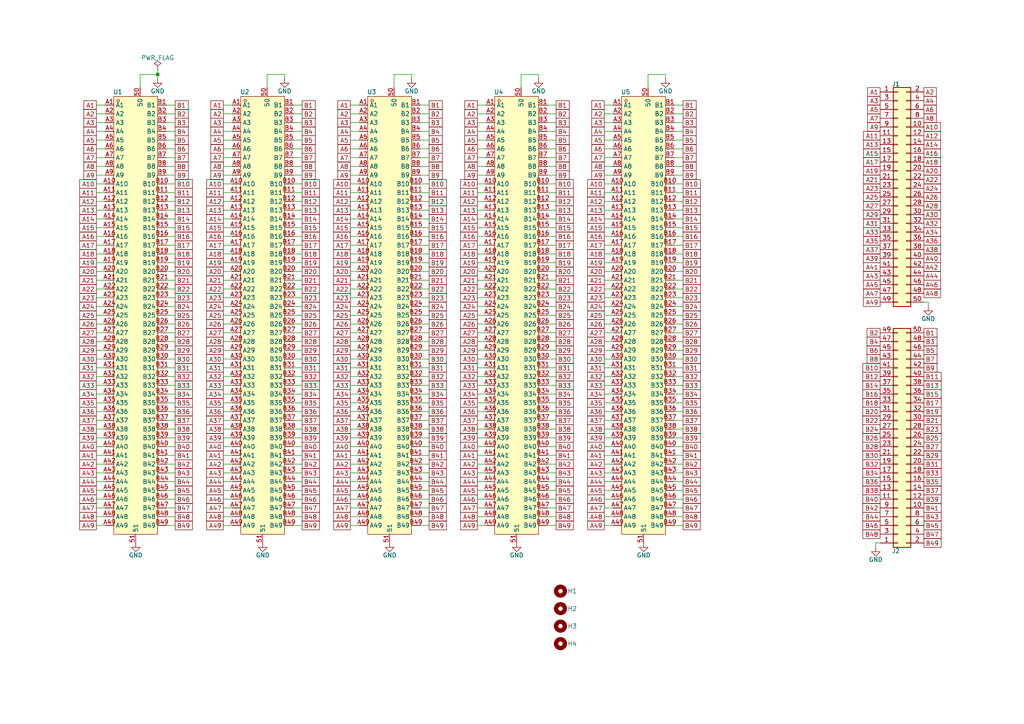
<source format=kicad_sch>
(kicad_sch (version 20250114) (generator "eeschema") (generator_version "9.0")
  (paper "A4")
  (title_block (title "${TITLE}") (rev "${REVISION}") (company "${COMPANY}") (comment 1 "${AUTHOR}") (comment 2 "${AUTHOR_EMAIL}"))
  (junction (at 45.72 21.59))
  (wire (pts (xy 198.12 76.2) (xy 195.58 76.2)))
  (wire (pts (xy 161.29 132.08) (xy 158.75 132.08)))
  (wire (pts (xy 27.94 116.84) (xy 30.48 116.84)))
  (wire (pts (xy 138.43 137.16) (xy 140.97 137.16)))
  (wire (pts (xy 87.63 99.06) (xy 85.09 99.06)))
  (wire (pts (xy 101.6 99.06) (xy 104.14 99.06)))
  (wire (pts (xy 27.94 43.18) (xy 30.48 43.18)))
  (wire (pts (xy 161.29 58.42) (xy 158.75 58.42)))
  (wire (pts (xy 64.77 99.06) (xy 67.31 99.06)))
  (wire (pts (xy 50.8 38.1) (xy 48.26 38.1)))
  (wire (pts (xy 175.26 93.98) (xy 177.8 93.98)))
  (wire (pts (xy 198.12 121.92) (xy 195.58 121.92)))
  (wire (pts (xy 82.55 22.86) (xy 82.55 21.59)))
  (wire (pts (xy 161.29 86.36) (xy 158.75 86.36)))
  (wire (pts (xy 87.63 147.32) (xy 85.09 147.32)))
  (wire (pts (xy 138.43 86.36) (xy 140.97 86.36)))
  (wire (pts (xy 198.12 106.68) (xy 195.58 106.68)))
  (wire (pts (xy 193.04 22.86) (xy 193.04 21.59)))
  (wire (pts (xy 27.94 152.4) (xy 30.48 152.4)))
  (wire (pts (xy 27.94 91.44) (xy 30.48 91.44)))
  (wire (pts (xy 64.77 139.7) (xy 67.31 139.7)))
  (wire (pts (xy 101.6 134.62) (xy 104.14 134.62)))
  (wire (pts (xy 138.43 33.02) (xy 140.97 33.02)))
  (wire (pts (xy 50.8 35.56) (xy 48.26 35.56)))
  (wire (pts (xy 175.26 139.7) (xy 177.8 139.7)))
  (wire (pts (xy 175.26 147.32) (xy 177.8 147.32)))
  (wire (pts (xy 50.8 33.02) (xy 48.26 33.02)))
  (wire (pts (xy 198.12 114.3) (xy 195.58 114.3)))
  (wire (pts (xy 101.6 43.18) (xy 104.14 43.18)))
  (wire (pts (xy 64.77 144.78) (xy 67.31 144.78)))
  (wire (pts (xy 198.12 30.48) (xy 195.58 30.48)))
  (wire (pts (xy 138.43 129.54) (xy 140.97 129.54)))
  (wire (pts (xy 198.12 68.58) (xy 195.58 68.58)))
  (wire (pts (xy 27.94 60.96) (xy 30.48 60.96)))
  (wire (pts (xy 64.77 114.3) (xy 67.31 114.3)))
  (wire (pts (xy 101.6 139.7) (xy 104.14 139.7)))
  (wire (pts (xy 87.63 134.62) (xy 85.09 134.62)))
  (wire (pts (xy 50.8 116.84) (xy 48.26 116.84)))
  (wire (pts (xy 64.77 83.82) (xy 67.31 83.82)))
  (wire (pts (xy 124.46 76.2) (xy 121.92 76.2)))
  (wire (pts (xy 198.12 45.72) (xy 195.58 45.72)))
  (wire (pts (xy 87.63 53.34) (xy 85.09 53.34)))
  (wire (pts (xy 138.43 53.34) (xy 140.97 53.34)))
  (wire (pts (xy 27.94 111.76) (xy 30.48 111.76)))
  (wire (pts (xy 87.63 71.12) (xy 85.09 71.12)))
  (wire (pts (xy 198.12 60.96) (xy 195.58 60.96)))
  (wire (pts (xy 27.94 30.48) (xy 30.48 30.48)))
  (wire (pts (xy 138.43 109.22) (xy 140.97 109.22)))
  (wire (pts (xy 64.77 68.58) (xy 67.31 68.58)))
  (wire (pts (xy 27.94 81.28) (xy 30.48 81.28)))
  (wire (pts (xy 198.12 139.7) (xy 195.58 139.7)))
  (wire (pts (xy 87.63 66.04) (xy 85.09 66.04)))
  (wire (pts (xy 161.29 73.66) (xy 158.75 73.66)))
  (wire (pts (xy 138.43 101.6) (xy 140.97 101.6)))
  (wire (pts (xy 124.46 53.34) (xy 121.92 53.34)))
  (wire (pts (xy 124.46 33.02) (xy 121.92 33.02)))
  (wire (pts (xy 50.8 101.6) (xy 48.26 101.6)))
  (wire (pts (xy 138.43 45.72) (xy 140.97 45.72)))
  (wire (pts (xy 27.94 53.34) (xy 30.48 53.34)))
  (wire (pts (xy 50.8 132.08) (xy 48.26 132.08)))
  (wire (pts (xy 124.46 66.04) (xy 121.92 66.04)))
  (wire (pts (xy 64.77 134.62) (xy 67.31 134.62)))
  (wire (pts (xy 27.94 147.32) (xy 30.48 147.32)))
  (wire (pts (xy 175.26 55.88) (xy 177.8 55.88)))
  (wire (pts (xy 138.43 78.74) (xy 140.97 78.74)))
  (wire (pts (xy 50.8 109.22) (xy 48.26 109.22)))
  (wire (pts (xy 161.29 78.74) (xy 158.75 78.74)))
  (wire (pts (xy 175.26 101.6) (xy 177.8 101.6)))
  (wire (pts (xy 198.12 119.38) (xy 195.58 119.38)))
  (wire (pts (xy 138.43 55.88) (xy 140.97 55.88)))
  (wire (pts (xy 138.43 142.24) (xy 140.97 142.24)))
  (wire (pts (xy 45.72 20.32) (xy 45.72 21.59)))
  (wire (pts (xy 161.29 33.02) (xy 158.75 33.02)))
  (wire (pts (xy 64.77 93.98) (xy 67.31 93.98)))
  (wire (pts (xy 50.8 73.66) (xy 48.26 73.66)))
  (wire (pts (xy 27.94 38.1) (xy 30.48 38.1)))
  (wire (pts (xy 64.77 45.72) (xy 67.31 45.72)))
  (wire (pts (xy 124.46 60.96) (xy 121.92 60.96)))
  (wire (pts (xy 198.12 35.56) (xy 195.58 35.56)))
  (wire (pts (xy 64.77 91.44) (xy 67.31 91.44)))
  (wire (pts (xy 101.6 30.48) (xy 104.14 30.48)))
  (wire (pts (xy 138.43 106.68) (xy 140.97 106.68)))
  (wire (pts (xy 50.8 114.3) (xy 48.26 114.3)))
  (wire (pts (xy 87.63 81.28) (xy 85.09 81.28)))
  (wire (pts (xy 198.12 111.76) (xy 195.58 111.76)))
  (wire (pts (xy 101.6 144.78) (xy 104.14 144.78)))
  (wire (pts (xy 101.6 50.8) (xy 104.14 50.8)))
  (wire (pts (xy 198.12 93.98) (xy 195.58 93.98)))
  (wire (pts (xy 161.29 35.56) (xy 158.75 35.56)))
  (wire (pts (xy 101.6 71.12) (xy 104.14 71.12)))
  (wire (pts (xy 87.63 137.16) (xy 85.09 137.16)))
  (wire (pts (xy 124.46 83.82) (xy 121.92 83.82)))
  (wire (pts (xy 64.77 81.28) (xy 67.31 81.28)))
  (wire (pts (xy 101.6 38.1) (xy 104.14 38.1)))
  (wire (pts (xy 124.46 119.38) (xy 121.92 119.38)))
  (wire (pts (xy 161.29 71.12) (xy 158.75 71.12)))
  (wire (pts (xy 101.6 40.64) (xy 104.14 40.64)))
  (wire (pts (xy 50.8 40.64) (xy 48.26 40.64)))
  (wire (pts (xy 64.77 111.76) (xy 67.31 111.76)))
  (wire (pts (xy 198.12 124.46) (xy 195.58 124.46)))
  (wire (pts (xy 124.46 121.92) (xy 121.92 121.92)))
  (wire (pts (xy 138.43 149.86) (xy 140.97 149.86)))
  (wire (pts (xy 124.46 63.5) (xy 121.92 63.5)))
  (wire (pts (xy 175.26 66.04) (xy 177.8 66.04)))
  (wire (pts (xy 27.94 137.16) (xy 30.48 137.16)))
  (wire (pts (xy 101.6 60.96) (xy 104.14 60.96)))
  (wire (pts (xy 198.12 73.66) (xy 195.58 73.66)))
  (wire (pts (xy 64.77 53.34) (xy 67.31 53.34)))
  (wire (pts (xy 161.29 83.82) (xy 158.75 83.82)))
  (wire (pts (xy 175.26 127) (xy 177.8 127)))
  (wire (pts (xy 27.94 68.58) (xy 30.48 68.58)))
  (wire (pts (xy 124.46 43.18) (xy 121.92 43.18)))
  (wire (pts (xy 138.43 121.92) (xy 140.97 121.92)))
  (wire (pts (xy 87.63 83.82) (xy 85.09 83.82)))
  (wire (pts (xy 87.63 60.96) (xy 85.09 60.96)))
  (wire (pts (xy 101.6 142.24) (xy 104.14 142.24)))
  (wire (pts (xy 27.94 63.5) (xy 30.48 63.5)))
  (wire (pts (xy 175.26 132.08) (xy 177.8 132.08)))
  (wire (pts (xy 175.26 45.72) (xy 177.8 45.72)))
  (wire (pts (xy 175.26 149.86) (xy 177.8 149.86)))
  (wire (pts (xy 87.63 152.4) (xy 85.09 152.4)))
  (wire (pts (xy 124.46 55.88) (xy 121.92 55.88)))
  (wire (pts (xy 50.8 111.76) (xy 48.26 111.76)))
  (wire (pts (xy 198.12 109.22) (xy 195.58 109.22)))
  (wire (pts (xy 124.46 73.66) (xy 121.92 73.66)))
  (wire (pts (xy 175.26 58.42) (xy 177.8 58.42)))
  (wire (pts (xy 138.43 147.32) (xy 140.97 147.32)))
  (wire (pts (xy 87.63 91.44) (xy 85.09 91.44)))
  (wire (pts (xy 27.94 129.54) (xy 30.48 129.54)))
  (wire (pts (xy 64.77 147.32) (xy 67.31 147.32)))
  (wire (pts (xy 87.63 88.9) (xy 85.09 88.9)))
  (wire (pts (xy 64.77 38.1) (xy 67.31 38.1)))
  (wire (pts (xy 138.43 132.08) (xy 140.97 132.08)))
  (wire (pts (xy 138.43 48.26) (xy 140.97 48.26)))
  (wire (pts (xy 101.6 83.82) (xy 104.14 83.82)))
  (wire (pts (xy 87.63 139.7) (xy 85.09 139.7)))
  (wire (pts (xy 64.77 129.54) (xy 67.31 129.54)))
  (wire (pts (xy 124.46 81.28) (xy 121.92 81.28)))
  (wire (pts (xy 124.46 96.52) (xy 121.92 96.52)))
  (wire (pts (xy 198.12 144.78) (xy 195.58 144.78)))
  (wire (pts (xy 175.26 137.16) (xy 177.8 137.16)))
  (wire (pts (xy 27.94 132.08) (xy 30.48 132.08)))
  (wire (pts (xy 101.6 76.2) (xy 104.14 76.2)))
  (wire (pts (xy 45.72 22.86) (xy 45.72 21.59)))
  (wire (pts (xy 175.26 68.58) (xy 177.8 68.58)))
  (wire (pts (xy 87.63 111.76) (xy 85.09 111.76)))
  (wire (pts (xy 198.12 83.82) (xy 195.58 83.82)))
  (wire (pts (xy 198.12 88.9) (xy 195.58 88.9)))
  (wire (pts (xy 101.6 109.22) (xy 104.14 109.22)))
  (wire (pts (xy 198.12 132.08) (xy 195.58 132.08)))
  (wire (pts (xy 101.6 66.04) (xy 104.14 66.04)))
  (wire (pts (xy 124.46 78.74) (xy 121.92 78.74)))
  (wire (pts (xy 27.94 99.06) (xy 30.48 99.06)))
  (wire (pts (xy 198.12 116.84) (xy 195.58 116.84)))
  (wire (pts (xy 124.46 58.42) (xy 121.92 58.42)))
  (wire (pts (xy 64.77 142.24) (xy 67.31 142.24)))
  (wire (pts (xy 161.29 116.84) (xy 158.75 116.84)))
  (wire (pts (xy 101.6 152.4) (xy 104.14 152.4)))
  (wire (pts (xy 124.46 91.44) (xy 121.92 91.44)))
  (wire (pts (xy 124.46 38.1) (xy 121.92 38.1)))
  (wire (pts (xy 138.43 93.98) (xy 140.97 93.98)))
  (wire (pts (xy 124.46 68.58) (xy 121.92 68.58)))
  (wire (pts (xy 27.94 50.8) (xy 30.48 50.8)))
  (wire (pts (xy 27.94 106.68) (xy 30.48 106.68)))
  (wire (pts (xy 50.8 50.8) (xy 48.26 50.8)))
  (wire (pts (xy 161.29 55.88) (xy 158.75 55.88)))
  (wire (pts (xy 64.77 116.84) (xy 67.31 116.84)))
  (wire (pts (xy 101.6 104.14) (xy 104.14 104.14)))
  (wire (pts (xy 27.94 142.24) (xy 30.48 142.24)))
  (wire (pts (xy 27.94 139.7) (xy 30.48 139.7)))
  (wire (pts (xy 138.43 99.06) (xy 140.97 99.06)))
  (wire (pts (xy 27.94 55.88) (xy 30.48 55.88)))
  (wire (pts (xy 101.6 35.56) (xy 104.14 35.56)))
  (wire (pts (xy 161.29 147.32) (xy 158.75 147.32)))
  (wire (pts (xy 175.26 60.96) (xy 177.8 60.96)))
  (wire (pts (xy 175.26 119.38) (xy 177.8 119.38)))
  (wire (pts (xy 175.26 91.44) (xy 177.8 91.44)))
  (wire (pts (xy 87.63 109.22) (xy 85.09 109.22)))
  (wire (pts (xy 101.6 101.6) (xy 104.14 101.6)))
  (wire (pts (xy 101.6 73.66) (xy 104.14 73.66)))
  (wire (pts (xy 161.29 139.7) (xy 158.75 139.7)))
  (wire (pts (xy 87.63 144.78) (xy 85.09 144.78)))
  (wire (pts (xy 198.12 63.5) (xy 195.58 63.5)))
  (wire (pts (xy 64.77 55.88) (xy 67.31 55.88)))
  (wire (pts (xy 101.6 127) (xy 104.14 127)))
  (wire (pts (xy 255.27 157.48) (xy 254 157.48)))
  (wire (pts (xy 138.43 43.18) (xy 140.97 43.18)))
  (wire (pts (xy 101.6 121.92) (xy 104.14 121.92)))
  (wire (pts (xy 198.12 147.32) (xy 195.58 147.32)))
  (wire (pts (xy 175.26 88.9) (xy 177.8 88.9)))
  (wire (pts (xy 124.46 109.22) (xy 121.92 109.22)))
  (wire (pts (xy 161.29 60.96) (xy 158.75 60.96)))
  (wire (pts (xy 87.63 93.98) (xy 85.09 93.98)))
  (wire (pts (xy 101.6 137.16) (xy 104.14 137.16)))
  (wire (pts (xy 101.6 93.98) (xy 104.14 93.98)))
  (wire (pts (xy 87.63 106.68) (xy 85.09 106.68)))
  (wire (pts (xy 161.29 40.64) (xy 158.75 40.64)))
  (wire (pts (xy 50.8 149.86) (xy 48.26 149.86)))
  (wire (pts (xy 64.77 60.96) (xy 67.31 60.96)))
  (wire (pts (xy 27.94 45.72) (xy 30.48 45.72)))
  (wire (pts (xy 254 157.48) (xy 254 158.75)))
  (wire (pts (xy 101.6 58.42) (xy 104.14 58.42)))
  (wire (pts (xy 138.43 139.7) (xy 140.97 139.7)))
  (wire (pts (xy 161.29 88.9) (xy 158.75 88.9)))
  (wire (pts (xy 124.46 48.26) (xy 121.92 48.26)))
  (wire (pts (xy 124.46 99.06) (xy 121.92 99.06)))
  (wire (pts (xy 50.8 121.92) (xy 48.26 121.92)))
  (wire (pts (xy 87.63 86.36) (xy 85.09 86.36)))
  (wire (pts (xy 161.29 96.52) (xy 158.75 96.52)))
  (wire (pts (xy 50.8 55.88) (xy 48.26 55.88)))
  (wire (pts (xy 27.94 73.66) (xy 30.48 73.66)))
  (wire (pts (xy 27.94 114.3) (xy 30.48 114.3)))
  (wire (pts (xy 198.12 43.18) (xy 195.58 43.18)))
  (wire (pts (xy 198.12 127) (xy 195.58 127)))
  (wire (pts (xy 175.26 114.3) (xy 177.8 114.3)))
  (wire (pts (xy 161.29 101.6) (xy 158.75 101.6)))
  (wire (pts (xy 101.6 33.02) (xy 104.14 33.02)))
  (wire (pts (xy 77.47 21.59) (xy 77.47 25.4)))
  (wire (pts (xy 175.26 111.76) (xy 177.8 111.76)))
  (wire (pts (xy 138.43 114.3) (xy 140.97 114.3)))
  (wire (pts (xy 50.8 68.58) (xy 48.26 68.58)))
  (wire (pts (xy 161.29 142.24) (xy 158.75 142.24)))
  (wire (pts (xy 138.43 111.76) (xy 140.97 111.76)))
  (wire (pts (xy 87.63 43.18) (xy 85.09 43.18)))
  (wire (pts (xy 198.12 50.8) (xy 195.58 50.8)))
  (wire (pts (xy 161.29 43.18) (xy 158.75 43.18)))
  (wire (pts (xy 50.8 88.9) (xy 48.26 88.9)))
  (wire (pts (xy 175.26 129.54) (xy 177.8 129.54)))
  (wire (pts (xy 138.43 58.42) (xy 140.97 58.42)))
  (wire (pts (xy 124.46 71.12) (xy 121.92 71.12)))
  (wire (pts (xy 267.97 87.63) (xy 269.24 87.63)))
  (wire (pts (xy 64.77 33.02) (xy 67.31 33.02)))
  (wire (pts (xy 64.77 86.36) (xy 67.31 86.36)))
  (wire (pts (xy 50.8 78.74) (xy 48.26 78.74)))
  (wire (pts (xy 138.43 73.66) (xy 140.97 73.66)))
  (wire (pts (xy 198.12 152.4) (xy 195.58 152.4)))
  (wire (pts (xy 161.29 111.76) (xy 158.75 111.76)))
  (wire (pts (xy 198.12 55.88) (xy 195.58 55.88)))
  (wire (pts (xy 124.46 147.32) (xy 121.92 147.32)))
  (wire (pts (xy 198.12 104.14) (xy 195.58 104.14)))
  (wire (pts (xy 124.46 35.56) (xy 121.92 35.56)))
  (wire (pts (xy 27.94 144.78) (xy 30.48 144.78)))
  (wire (pts (xy 124.46 134.62) (xy 121.92 134.62)))
  (wire (pts (xy 101.6 78.74) (xy 104.14 78.74)))
  (wire (pts (xy 161.29 66.04) (xy 158.75 66.04)))
  (wire (pts (xy 101.6 81.28) (xy 104.14 81.28)))
  (wire (pts (xy 27.94 104.14) (xy 30.48 104.14)))
  (wire (pts (xy 101.6 129.54) (xy 104.14 129.54)))
  (wire (pts (xy 175.26 124.46) (xy 177.8 124.46)))
  (wire (pts (xy 138.43 144.78) (xy 140.97 144.78)))
  (wire (pts (xy 50.8 45.72) (xy 48.26 45.72)))
  (wire (pts (xy 124.46 142.24) (xy 121.92 142.24)))
  (wire (pts (xy 175.26 63.5) (xy 177.8 63.5)))
  (wire (pts (xy 50.8 58.42) (xy 48.26 58.42)))
  (wire (pts (xy 138.43 119.38) (xy 140.97 119.38)))
  (wire (pts (xy 198.12 81.28) (xy 195.58 81.28)))
  (wire (pts (xy 161.29 30.48) (xy 158.75 30.48)))
  (wire (pts (xy 138.43 124.46) (xy 140.97 124.46)))
  (wire (pts (xy 161.29 152.4) (xy 158.75 152.4)))
  (wire (pts (xy 50.8 86.36) (xy 48.26 86.36)))
  (wire (pts (xy 50.8 129.54) (xy 48.26 129.54)))
  (wire (pts (xy 138.43 68.58) (xy 140.97 68.58)))
  (wire (pts (xy 198.12 53.34) (xy 195.58 53.34)))
  (wire (pts (xy 50.8 91.44) (xy 48.26 91.44)))
  (wire (pts (xy 64.77 35.56) (xy 67.31 35.56)))
  (wire (pts (xy 27.94 93.98) (xy 30.48 93.98)))
  (wire (pts (xy 175.26 73.66) (xy 177.8 73.66)))
  (wire (pts (xy 198.12 137.16) (xy 195.58 137.16)))
  (wire (pts (xy 64.77 152.4) (xy 67.31 152.4)))
  (wire (pts (xy 50.8 144.78) (xy 48.26 144.78)))
  (wire (pts (xy 198.12 40.64) (xy 195.58 40.64)))
  (wire (pts (xy 187.96 21.59) (xy 187.96 25.4)))
  (wire (pts (xy 50.8 66.04) (xy 48.26 66.04)))
  (wire (pts (xy 175.26 78.74) (xy 177.8 78.74)))
  (wire (pts (xy 64.77 88.9) (xy 67.31 88.9)))
  (wire (pts (xy 101.6 119.38) (xy 104.14 119.38)))
  (wire (pts (xy 87.63 149.86) (xy 85.09 149.86)))
  (wire (pts (xy 101.6 86.36) (xy 104.14 86.36)))
  (wire (pts (xy 175.26 81.28) (xy 177.8 81.28)))
  (wire (pts (xy 161.29 63.5) (xy 158.75 63.5)))
  (wire (pts (xy 175.26 106.68) (xy 177.8 106.68)))
  (wire (pts (xy 50.8 48.26) (xy 48.26 48.26)))
  (wire (pts (xy 101.6 116.84) (xy 104.14 116.84)))
  (wire (pts (xy 50.8 96.52) (xy 48.26 96.52)))
  (wire (pts (xy 101.6 96.52) (xy 104.14 96.52)))
  (wire (pts (xy 87.63 121.92) (xy 85.09 121.92)))
  (wire (pts (xy 175.26 116.84) (xy 177.8 116.84)))
  (wire (pts (xy 101.6 114.3) (xy 104.14 114.3)))
  (wire (pts (xy 27.94 33.02) (xy 30.48 33.02)))
  (wire (pts (xy 87.63 30.48) (xy 85.09 30.48)))
  (wire (pts (xy 138.43 30.48) (xy 140.97 30.48)))
  (wire (pts (xy 119.38 21.59) (xy 114.3 21.59)))
  (wire (pts (xy 198.12 71.12) (xy 195.58 71.12)))
  (wire (pts (xy 124.46 114.3) (xy 121.92 114.3)))
  (wire (pts (xy 161.29 127) (xy 158.75 127)))
  (wire (pts (xy 161.29 93.98) (xy 158.75 93.98)))
  (wire (pts (xy 198.12 101.6) (xy 195.58 101.6)))
  (wire (pts (xy 87.63 132.08) (xy 85.09 132.08)))
  (wire (pts (xy 101.6 63.5) (xy 104.14 63.5)))
  (wire (pts (xy 161.29 91.44) (xy 158.75 91.44)))
  (wire (pts (xy 27.94 134.62) (xy 30.48 134.62)))
  (wire (pts (xy 64.77 109.22) (xy 67.31 109.22)))
  (wire (pts (xy 87.63 48.26) (xy 85.09 48.26)))
  (wire (pts (xy 87.63 45.72) (xy 85.09 45.72)))
  (wire (pts (xy 198.12 33.02) (xy 195.58 33.02)))
  (wire (pts (xy 161.29 106.68) (xy 158.75 106.68)))
  (wire (pts (xy 161.29 45.72) (xy 158.75 45.72)))
  (wire (pts (xy 175.26 43.18) (xy 177.8 43.18)))
  (wire (pts (xy 27.94 83.82) (xy 30.48 83.82)))
  (wire (pts (xy 114.3 21.59) (xy 114.3 25.4)))
  (wire (pts (xy 124.46 116.84) (xy 121.92 116.84)))
  (wire (pts (xy 175.26 109.22) (xy 177.8 109.22)))
  (wire (pts (xy 161.29 68.58) (xy 158.75 68.58)))
  (wire (pts (xy 124.46 152.4) (xy 121.92 152.4)))
  (wire (pts (xy 156.21 21.59) (xy 151.13 21.59)))
  (wire (pts (xy 175.26 71.12) (xy 177.8 71.12)))
  (wire (pts (xy 119.38 22.86) (xy 119.38 21.59)))
  (wire (pts (xy 82.55 21.59) (xy 77.47 21.59)))
  (wire (pts (xy 50.8 71.12) (xy 48.26 71.12)))
  (wire (pts (xy 161.29 38.1) (xy 158.75 38.1)))
  (wire (pts (xy 138.43 40.64) (xy 140.97 40.64)))
  (wire (pts (xy 64.77 119.38) (xy 67.31 119.38)))
  (wire (pts (xy 161.29 114.3) (xy 158.75 114.3)))
  (wire (pts (xy 198.12 129.54) (xy 195.58 129.54)))
  (wire (pts (xy 27.94 66.04) (xy 30.48 66.04)))
  (wire (pts (xy 27.94 71.12) (xy 30.48 71.12)))
  (wire (pts (xy 124.46 30.48) (xy 121.92 30.48)))
  (wire (pts (xy 64.77 149.86) (xy 67.31 149.86)))
  (wire (pts (xy 64.77 40.64) (xy 67.31 40.64)))
  (wire (pts (xy 64.77 73.66) (xy 67.31 73.66)))
  (wire (pts (xy 175.26 121.92) (xy 177.8 121.92)))
  (wire (pts (xy 175.26 96.52) (xy 177.8 96.52)))
  (wire (pts (xy 138.43 35.56) (xy 140.97 35.56)))
  (wire (pts (xy 124.46 104.14) (xy 121.92 104.14)))
  (wire (pts (xy 64.77 132.08) (xy 67.31 132.08)))
  (wire (pts (xy 101.6 132.08) (xy 104.14 132.08)))
  (wire (pts (xy 50.8 53.34) (xy 48.26 53.34)))
  (wire (pts (xy 87.63 127) (xy 85.09 127)))
  (wire (pts (xy 161.29 129.54) (xy 158.75 129.54)))
  (wire (pts (xy 87.63 116.84) (xy 85.09 116.84)))
  (wire (pts (xy 198.12 96.52) (xy 195.58 96.52)))
  (wire (pts (xy 45.72 21.59) (xy 40.64 21.59)))
  (wire (pts (xy 193.04 21.59) (xy 187.96 21.59)))
  (wire (pts (xy 175.26 144.78) (xy 177.8 144.78)))
  (wire (pts (xy 101.6 91.44) (xy 104.14 91.44)))
  (wire (pts (xy 64.77 58.42) (xy 67.31 58.42)))
  (wire (pts (xy 138.43 96.52) (xy 140.97 96.52)))
  (wire (pts (xy 87.63 50.8) (xy 85.09 50.8)))
  (wire (pts (xy 175.26 86.36) (xy 177.8 86.36)))
  (wire (pts (xy 27.94 121.92) (xy 30.48 121.92)))
  (wire (pts (xy 198.12 66.04) (xy 195.58 66.04)))
  (wire (pts (xy 50.8 63.5) (xy 48.26 63.5)))
  (wire (pts (xy 87.63 58.42) (xy 85.09 58.42)))
  (wire (pts (xy 151.13 21.59) (xy 151.13 25.4)))
  (wire (pts (xy 198.12 149.86) (xy 195.58 149.86)))
  (wire (pts (xy 101.6 88.9) (xy 104.14 88.9)))
  (wire (pts (xy 101.6 45.72) (xy 104.14 45.72)))
  (wire (pts (xy 138.43 76.2) (xy 140.97 76.2)))
  (wire (pts (xy 161.29 76.2) (xy 158.75 76.2)))
  (wire (pts (xy 27.94 96.52) (xy 30.48 96.52)))
  (wire (pts (xy 87.63 38.1) (xy 85.09 38.1)))
  (wire (pts (xy 138.43 63.5) (xy 140.97 63.5)))
  (wire (pts (xy 138.43 60.96) (xy 140.97 60.96)))
  (wire (pts (xy 87.63 96.52) (xy 85.09 96.52)))
  (wire (pts (xy 64.77 124.46) (xy 67.31 124.46)))
  (wire (pts (xy 64.77 71.12) (xy 67.31 71.12)))
  (wire (pts (xy 27.94 109.22) (xy 30.48 109.22)))
  (wire (pts (xy 101.6 147.32) (xy 104.14 147.32)))
  (wire (pts (xy 101.6 53.34) (xy 104.14 53.34)))
  (wire (pts (xy 27.94 58.42) (xy 30.48 58.42)))
  (wire (pts (xy 50.8 119.38) (xy 48.26 119.38)))
  (wire (pts (xy 87.63 63.5) (xy 85.09 63.5)))
  (wire (pts (xy 198.12 78.74) (xy 195.58 78.74)))
  (wire (pts (xy 64.77 30.48) (xy 67.31 30.48)))
  (wire (pts (xy 161.29 121.92) (xy 158.75 121.92)))
  (wire (pts (xy 124.46 132.08) (xy 121.92 132.08)))
  (wire (pts (xy 161.29 119.38) (xy 158.75 119.38)))
  (wire (pts (xy 27.94 78.74) (xy 30.48 78.74)))
  (wire (pts (xy 64.77 50.8) (xy 67.31 50.8)))
  (wire (pts (xy 198.12 142.24) (xy 195.58 142.24)))
  (wire (pts (xy 138.43 104.14) (xy 140.97 104.14)))
  (wire (pts (xy 87.63 33.02) (xy 85.09 33.02)))
  (wire (pts (xy 87.63 101.6) (xy 85.09 101.6)))
  (wire (pts (xy 124.46 111.76) (xy 121.92 111.76)))
  (wire (pts (xy 175.26 152.4) (xy 177.8 152.4)))
  (wire (pts (xy 175.26 35.56) (xy 177.8 35.56)))
  (wire (pts (xy 198.12 58.42) (xy 195.58 58.42)))
  (wire (pts (xy 64.77 104.14) (xy 67.31 104.14)))
  (wire (pts (xy 175.26 142.24) (xy 177.8 142.24)))
  (wire (pts (xy 198.12 134.62) (xy 195.58 134.62)))
  (wire (pts (xy 64.77 121.92) (xy 67.31 121.92)))
  (wire (pts (xy 124.46 50.8) (xy 121.92 50.8)))
  (wire (pts (xy 87.63 40.64) (xy 85.09 40.64)))
  (wire (pts (xy 27.94 40.64) (xy 30.48 40.64)))
  (wire (pts (xy 64.77 76.2) (xy 67.31 76.2)))
  (wire (pts (xy 64.77 106.68) (xy 67.31 106.68)))
  (wire (pts (xy 138.43 116.84) (xy 140.97 116.84)))
  (wire (pts (xy 64.77 66.04) (xy 67.31 66.04)))
  (wire (pts (xy 27.94 86.36) (xy 30.48 86.36)))
  (wire (pts (xy 50.8 124.46) (xy 48.26 124.46)))
  (wire (pts (xy 124.46 144.78) (xy 121.92 144.78)))
  (wire (pts (xy 161.29 53.34) (xy 158.75 53.34)))
  (wire (pts (xy 101.6 124.46) (xy 104.14 124.46)))
  (wire (pts (xy 175.26 104.14) (xy 177.8 104.14)))
  (wire (pts (xy 124.46 93.98) (xy 121.92 93.98)))
  (wire (pts (xy 161.29 48.26) (xy 158.75 48.26)))
  (wire (pts (xy 124.46 40.64) (xy 121.92 40.64)))
  (wire (pts (xy 50.8 147.32) (xy 48.26 147.32)))
  (wire (pts (xy 138.43 71.12) (xy 140.97 71.12)))
  (wire (pts (xy 124.46 137.16) (xy 121.92 137.16)))
  (wire (pts (xy 27.94 35.56) (xy 30.48 35.56)))
  (wire (pts (xy 50.8 134.62) (xy 48.26 134.62)))
  (wire (pts (xy 161.29 50.8) (xy 158.75 50.8)))
  (wire (pts (xy 138.43 50.8) (xy 140.97 50.8)))
  (wire (pts (xy 138.43 134.62) (xy 140.97 134.62)))
  (wire (pts (xy 27.94 124.46) (xy 30.48 124.46)))
  (wire (pts (xy 50.8 76.2) (xy 48.26 76.2)))
  (wire (pts (xy 87.63 35.56) (xy 85.09 35.56)))
  (wire (pts (xy 64.77 137.16) (xy 67.31 137.16)))
  (wire (pts (xy 64.77 101.6) (xy 67.31 101.6)))
  (wire (pts (xy 64.77 63.5) (xy 67.31 63.5)))
  (wire (pts (xy 161.29 81.28) (xy 158.75 81.28)))
  (wire (pts (xy 161.29 99.06) (xy 158.75 99.06)))
  (wire (pts (xy 50.8 127) (xy 48.26 127)))
  (wire (pts (xy 161.29 104.14) (xy 158.75 104.14)))
  (wire (pts (xy 175.26 134.62) (xy 177.8 134.62)))
  (wire (pts (xy 87.63 114.3) (xy 85.09 114.3)))
  (wire (pts (xy 50.8 83.82) (xy 48.26 83.82)))
  (wire (pts (xy 50.8 93.98) (xy 48.26 93.98)))
  (wire (pts (xy 87.63 119.38) (xy 85.09 119.38)))
  (wire (pts (xy 64.77 127) (xy 67.31 127)))
  (wire (pts (xy 175.26 99.06) (xy 177.8 99.06)))
  (wire (pts (xy 138.43 91.44) (xy 140.97 91.44)))
  (wire (pts (xy 124.46 127) (xy 121.92 127)))
  (wire (pts (xy 198.12 86.36) (xy 195.58 86.36)))
  (wire (pts (xy 175.26 33.02) (xy 177.8 33.02)))
  (wire (pts (xy 87.63 104.14) (xy 85.09 104.14)))
  (wire (pts (xy 138.43 81.28) (xy 140.97 81.28)))
  (wire (pts (xy 50.8 152.4) (xy 48.26 152.4)))
  (wire (pts (xy 138.43 38.1) (xy 140.97 38.1)))
  (wire (pts (xy 198.12 91.44) (xy 195.58 91.44)))
  (wire (pts (xy 161.29 124.46) (xy 158.75 124.46)))
  (wire (pts (xy 198.12 48.26) (xy 195.58 48.26)))
  (wire (pts (xy 161.29 137.16) (xy 158.75 137.16)))
  (wire (pts (xy 198.12 99.06) (xy 195.58 99.06)))
  (wire (pts (xy 87.63 55.88) (xy 85.09 55.88)))
  (wire (pts (xy 175.26 50.8) (xy 177.8 50.8)))
  (wire (pts (xy 27.94 119.38) (xy 30.48 119.38)))
  (wire (pts (xy 101.6 48.26) (xy 104.14 48.26)))
  (wire (pts (xy 87.63 142.24) (xy 85.09 142.24)))
  (wire (pts (xy 124.46 149.86) (xy 121.92 149.86)))
  (wire (pts (xy 156.21 22.86) (xy 156.21 21.59)))
  (wire (pts (xy 50.8 81.28) (xy 48.26 81.28)))
  (wire (pts (xy 50.8 99.06) (xy 48.26 99.06)))
  (wire (pts (xy 87.63 73.66) (xy 85.09 73.66)))
  (wire (pts (xy 101.6 55.88) (xy 104.14 55.88)))
  (wire (pts (xy 198.12 38.1) (xy 195.58 38.1)))
  (wire (pts (xy 175.26 53.34) (xy 177.8 53.34)))
  (wire (pts (xy 27.94 101.6) (xy 30.48 101.6)))
  (wire (pts (xy 175.26 30.48) (xy 177.8 30.48)))
  (wire (pts (xy 138.43 152.4) (xy 140.97 152.4)))
  (wire (pts (xy 64.77 48.26) (xy 67.31 48.26)))
  (wire (pts (xy 138.43 88.9) (xy 140.97 88.9)))
  (wire (pts (xy 124.46 101.6) (xy 121.92 101.6)))
  (wire (pts (xy 87.63 78.74) (xy 85.09 78.74)))
  (wire (pts (xy 64.77 96.52) (xy 67.31 96.52)))
  (wire (pts (xy 175.26 48.26) (xy 177.8 48.26)))
  (wire (pts (xy 87.63 76.2) (xy 85.09 76.2)))
  (wire (pts (xy 50.8 104.14) (xy 48.26 104.14)))
  (wire (pts (xy 87.63 124.46) (xy 85.09 124.46)))
  (wire (pts (xy 124.46 139.7) (xy 121.92 139.7)))
  (wire (pts (xy 101.6 68.58) (xy 104.14 68.58)))
  (wire (pts (xy 50.8 60.96) (xy 48.26 60.96)))
  (wire (pts (xy 138.43 83.82) (xy 140.97 83.82)))
  (wire (pts (xy 50.8 106.68) (xy 48.26 106.68)))
  (wire (pts (xy 269.24 87.63) (xy 269.24 88.9)))
  (wire (pts (xy 27.94 76.2) (xy 30.48 76.2)))
  (wire (pts (xy 124.46 124.46) (xy 121.92 124.46)))
  (wire (pts (xy 101.6 111.76) (xy 104.14 111.76)))
  (wire (pts (xy 64.77 78.74) (xy 67.31 78.74)))
  (wire (pts (xy 50.8 142.24) (xy 48.26 142.24)))
  (wire (pts (xy 138.43 127) (xy 140.97 127)))
  (wire (pts (xy 27.94 48.26) (xy 30.48 48.26)))
  (wire (pts (xy 27.94 127) (xy 30.48 127)))
  (wire (pts (xy 50.8 30.48) (xy 48.26 30.48)))
  (wire (pts (xy 64.77 43.18) (xy 67.31 43.18)))
  (wire (pts (xy 124.46 86.36) (xy 121.92 86.36)))
  (wire (pts (xy 101.6 149.86) (xy 104.14 149.86)))
  (wire (pts (xy 101.6 106.68) (xy 104.14 106.68)))
  (wire (pts (xy 27.94 88.9) (xy 30.48 88.9)))
  (wire (pts (xy 175.26 40.64) (xy 177.8 40.64)))
  (wire (pts (xy 124.46 129.54) (xy 121.92 129.54)))
  (wire (pts (xy 50.8 139.7) (xy 48.26 139.7)))
  (wire (pts (xy 124.46 88.9) (xy 121.92 88.9)))
  (wire (pts (xy 175.26 83.82) (xy 177.8 83.82)))
  (wire (pts (xy 161.29 109.22) (xy 158.75 109.22)))
  (wire (pts (xy 175.26 38.1) (xy 177.8 38.1)))
  (wire (pts (xy 161.29 149.86) (xy 158.75 149.86)))
  (wire (pts (xy 124.46 45.72) (xy 121.92 45.72)))
  (wire (pts (xy 175.26 76.2) (xy 177.8 76.2)))
  (wire (pts (xy 50.8 43.18) (xy 48.26 43.18)))
  (wire (pts (xy 161.29 134.62) (xy 158.75 134.62)))
  (wire (pts (xy 124.46 106.68) (xy 121.92 106.68)))
  (wire (pts (xy 87.63 68.58) (xy 85.09 68.58)))
  (wire (pts (xy 50.8 137.16) (xy 48.26 137.16)))
  (wire (pts (xy 40.64 21.59) (xy 40.64 25.4)))
  (wire (pts (xy 138.43 66.04) (xy 140.97 66.04)))
  (wire (pts (xy 161.29 144.78) (xy 158.75 144.78)))
  (wire (pts (xy 87.63 129.54) (xy 85.09 129.54)))
  (wire (pts (xy 27.94 149.86) (xy 30.48 149.86)))
  (global_label "B25" (shape passive) (at 198.12 91.44 0) (property "Intersheetrefs" "${INTERSHEET_REFS}" (effects (hide yes))))
  (global_label "A20" (shape passive) (at 27.94 78.74 180) (property "Intersheetrefs" "${INTERSHEET_REFS}" (effects (hide yes))))
  (global_label "A31" (shape passive) (at 27.94 106.68 180) (property "Intersheetrefs" "${INTERSHEET_REFS}" (effects (hide yes))))
  (global_label "A25" (shape passive) (at 175.26 91.44 180) (property "Intersheetrefs" "${INTERSHEET_REFS}" (effects (hide yes))))
  (global_label "B47" (shape passive) (at 161.29 147.32 0) (property "Intersheetrefs" "${INTERSHEET_REFS}" (effects (hide yes))))
  (global_label "A29" (shape passive) (at 138.43 101.6 180) (property "Intersheetrefs" "${INTERSHEET_REFS}" (effects (hide yes))))
  (global_label "A6" (shape passive) (at 27.94 43.18 180) (property "Intersheetrefs" "${INTERSHEET_REFS}" (effects (hide yes))))
  (global_label "B33" (shape passive) (at 87.63 111.76 0) (property "Intersheetrefs" "${INTERSHEET_REFS}" (effects (hide yes))))
  (global_label "B34" (shape passive) (at 161.29 114.3 0) (property "Intersheetrefs" "${INTERSHEET_REFS}" (effects (hide yes))))
  (global_label "A16" (shape passive) (at 175.26 68.58 180) (property "Intersheetrefs" "${INTERSHEET_REFS}" (effects (hide yes))))
  (global_label "A7" (shape passive) (at 101.6 45.72 180) (property "Intersheetrefs" "${INTERSHEET_REFS}" (effects (hide yes))))
  (global_label "B40" (shape passive) (at 161.29 129.54 0) (property "Intersheetrefs" "${INTERSHEET_REFS}" (effects (hide yes))))
  (global_label "B39" (shape passive) (at 124.46 127 0) (property "Intersheetrefs" "${INTERSHEET_REFS}" (effects (hide yes))))
  (global_label "B11" (shape passive) (at 267.97 109.22 0) (property "Intersheetrefs" "${INTERSHEET_REFS}" (effects (hide yes))))
  (global_label "A20" (shape passive) (at 138.43 78.74 180) (property "Intersheetrefs" "${INTERSHEET_REFS}" (effects (hide yes))))
  (global_label "B16" (shape passive) (at 124.46 68.58 0) (property "Intersheetrefs" "${INTERSHEET_REFS}" (effects (hide yes))))
  (global_label "A31" (shape passive) (at 255.27 64.77 180) (property "Intersheetrefs" "${INTERSHEET_REFS}" (effects (hide yes))))
  (global_label "B30" (shape passive) (at 255.27 132.08 180) (property "Intersheetrefs" "${INTERSHEET_REFS}" (effects (hide yes))))
  (global_label "B25" (shape passive) (at 124.46 91.44 0) (property "Intersheetrefs" "${INTERSHEET_REFS}" (effects (hide yes))))
  (global_label "A19" (shape passive) (at 64.77 76.2 180) (property "Intersheetrefs" "${INTERSHEET_REFS}" (effects (hide yes))))
  (global_label "B27" (shape passive) (at 124.46 96.52 0) (property "Intersheetrefs" "${INTERSHEET_REFS}" (effects (hide yes))))
  (global_label "A47" (shape passive) (at 138.43 147.32 180) (property "Intersheetrefs" "${INTERSHEET_REFS}" (effects (hide yes))))
  (global_label "B4" (shape passive) (at 198.12 38.1 0) (property "Intersheetrefs" "${INTERSHEET_REFS}" (effects (hide yes))))
  (global_label "A4" (shape passive) (at 175.26 38.1 180) (property "Intersheetrefs" "${INTERSHEET_REFS}" (effects (hide yes))))
  (global_label "B42" (shape passive) (at 124.46 134.62 0) (property "Intersheetrefs" "${INTERSHEET_REFS}" (effects (hide yes))))
  (global_label "B18" (shape passive) (at 87.63 73.66 0) (property "Intersheetrefs" "${INTERSHEET_REFS}" (effects (hide yes))))
  (global_label "B24" (shape passive) (at 161.29 88.9 0) (property "Intersheetrefs" "${INTERSHEET_REFS}" (effects (hide yes))))
  (global_label "A25" (shape passive) (at 255.27 57.15 180) (property "Intersheetrefs" "${INTERSHEET_REFS}" (effects (hide yes))))
  (global_label "A41" (shape passive) (at 255.27 77.47 180) (property "Intersheetrefs" "${INTERSHEET_REFS}" (effects (hide yes))))
  (global_label "B12" (shape passive) (at 198.12 58.42 0) (property "Intersheetrefs" "${INTERSHEET_REFS}" (effects (hide yes))))
  (global_label "A2" (shape passive) (at 138.43 33.02 180) (property "Intersheetrefs" "${INTERSHEET_REFS}" (effects (hide yes))))
  (global_label "A45" (shape passive) (at 27.94 142.24 180) (property "Intersheetrefs" "${INTERSHEET_REFS}" (effects (hide yes))))
  (global_label "B20" (shape passive) (at 198.12 78.74 0) (property "Intersheetrefs" "${INTERSHEET_REFS}" (effects (hide yes))))
  (global_label "A42" (shape passive) (at 175.26 134.62 180) (property "Intersheetrefs" "${INTERSHEET_REFS}" (effects (hide yes))))
  (global_label "B14" (shape passive) (at 50.8 63.5 0) (property "Intersheetrefs" "${INTERSHEET_REFS}" (effects (hide yes))))
  (global_label "A26" (shape passive) (at 175.26 93.98 180) (property "Intersheetrefs" "${INTERSHEET_REFS}" (effects (hide yes))))
  (global_label "B4" (shape passive) (at 161.29 38.1 0) (property "Intersheetrefs" "${INTERSHEET_REFS}" (effects (hide yes))))
  (global_label "A33" (shape passive) (at 101.6 111.76 180) (property "Intersheetrefs" "${INTERSHEET_REFS}" (effects (hide yes))))
  (global_label "A35" (shape passive) (at 255.27 69.85 180) (property "Intersheetrefs" "${INTERSHEET_REFS}" (effects (hide yes))))
  (global_label "B2" (shape passive) (at 124.46 33.02 0) (property "Intersheetrefs" "${INTERSHEET_REFS}" (effects (hide yes))))
  (global_label "A43" (shape passive) (at 175.26 137.16 180) (property "Intersheetrefs" "${INTERSHEET_REFS}" (effects (hide yes))))
  (global_label "B14" (shape passive) (at 198.12 63.5 0) (property "Intersheetrefs" "${INTERSHEET_REFS}" (effects (hide yes))))
  (global_label "B6" (shape passive) (at 198.12 43.18 0) (property "Intersheetrefs" "${INTERSHEET_REFS}" (effects (hide yes))))
  (global_label "B46" (shape passive) (at 87.63 144.78 0) (property "Intersheetrefs" "${INTERSHEET_REFS}" (effects (hide yes))))
  (global_label "A15" (shape passive) (at 101.6 66.04 180) (property "Intersheetrefs" "${INTERSHEET_REFS}" (effects (hide yes))))
  (global_label "A39" (shape passive) (at 64.77 127 180) (property "Intersheetrefs" "${INTERSHEET_REFS}" (effects (hide yes))))
  (global_label "B42" (shape passive) (at 161.29 134.62 0) (property "Intersheetrefs" "${INTERSHEET_REFS}" (effects (hide yes))))
  (global_label "A21" (shape passive) (at 27.94 81.28 180) (property "Intersheetrefs" "${INTERSHEET_REFS}" (effects (hide yes))))
  (global_label "A46" (shape passive) (at 27.94 144.78 180) (property "Intersheetrefs" "${INTERSHEET_REFS}" (effects (hide yes))))
  (global_label "B10" (shape passive) (at 161.29 53.34 0) (property "Intersheetrefs" "${INTERSHEET_REFS}" (effects (hide yes))))
  (global_label "B23" (shape passive) (at 198.12 86.36 0) (property "Intersheetrefs" "${INTERSHEET_REFS}" (effects (hide yes))))
  (global_label "B47" (shape passive) (at 124.46 147.32 0) (property "Intersheetrefs" "${INTERSHEET_REFS}" (effects (hide yes))))
  (global_label "B3" (shape passive) (at 267.97 99.06 0) (property "Intersheetrefs" "${INTERSHEET_REFS}" (effects (hide yes))))
  (global_label "B13" (shape passive) (at 50.8 60.96 0) (property "Intersheetrefs" "${INTERSHEET_REFS}" (effects (hide yes))))
  (global_label "A40" (shape passive) (at 175.26 129.54 180) (property "Intersheetrefs" "${INTERSHEET_REFS}" (effects (hide yes))))
  (global_label "A6" (shape passive) (at 175.26 43.18 180) (property "Intersheetrefs" "${INTERSHEET_REFS}" (effects (hide yes))))
  (global_label "A20" (shape passive) (at 101.6 78.74 180) (property "Intersheetrefs" "${INTERSHEET_REFS}" (effects (hide yes))))
  (global_label "A11" (shape passive) (at 101.6 55.88 180) (property "Intersheetrefs" "${INTERSHEET_REFS}" (effects (hide yes))))
  (global_label "A5" (shape passive) (at 101.6 40.64 180) (property "Intersheetrefs" "${INTERSHEET_REFS}" (effects (hide yes))))
  (global_label "A42" (shape passive) (at 138.43 134.62 180) (property "Intersheetrefs" "${INTERSHEET_REFS}" (effects (hide yes))))
  (global_label "A8" (shape passive) (at 138.43 48.26 180) (property "Intersheetrefs" "${INTERSHEET_REFS}" (effects (hide yes))))
  (global_label "B17" (shape passive) (at 87.63 71.12 0) (property "Intersheetrefs" "${INTERSHEET_REFS}" (effects (hide yes))))
  (global_label "B32" (shape passive) (at 124.46 109.22 0) (property "Intersheetrefs" "${INTERSHEET_REFS}" (effects (hide yes))))
  (global_label "A31" (shape passive) (at 64.77 106.68 180) (property "Intersheetrefs" "${INTERSHEET_REFS}" (effects (hide yes))))
  (global_label "A44" (shape passive) (at 175.26 139.7 180) (property "Intersheetrefs" "${INTERSHEET_REFS}" (effects (hide yes))))
  (global_label "A22" (shape passive) (at 175.26 83.82 180) (property "Intersheetrefs" "${INTERSHEET_REFS}" (effects (hide yes))))
  (global_label "A9" (shape passive) (at 175.26 50.8 180) (property "Intersheetrefs" "${INTERSHEET_REFS}" (effects (hide yes))))
  (global_label "A15" (shape passive) (at 27.94 66.04 180) (property "Intersheetrefs" "${INTERSHEET_REFS}" (effects (hide yes))))
  (global_label "A3" (shape passive) (at 27.94 35.56 180) (property "Intersheetrefs" "${INTERSHEET_REFS}" (effects (hide yes))))
  (global_label "B13" (shape passive) (at 124.46 60.96 0) (property "Intersheetrefs" "${INTERSHEET_REFS}" (effects (hide yes))))
  (global_label "B27" (shape passive) (at 87.63 96.52 0) (property "Intersheetrefs" "${INTERSHEET_REFS}" (effects (hide yes))))
  (global_label "B27" (shape passive) (at 267.97 129.54 0) (property "Intersheetrefs" "${INTERSHEET_REFS}" (effects (hide yes))))
  (global_label "A18" (shape passive) (at 101.6 73.66 180) (property "Intersheetrefs" "${INTERSHEET_REFS}" (effects (hide yes))))
  (global_label "B28" (shape passive) (at 124.46 99.06 0) (property "Intersheetrefs" "${INTERSHEET_REFS}" (effects (hide yes))))
  (global_label "B29" (shape passive) (at 267.97 132.08 0) (property "Intersheetrefs" "${INTERSHEET_REFS}" (effects (hide yes))))
  (global_label "A43" (shape passive) (at 138.43 137.16 180) (property "Intersheetrefs" "${INTERSHEET_REFS}" (effects (hide yes))))
  (global_label "B38" (shape passive) (at 50.8 124.46 0) (property "Intersheetrefs" "${INTERSHEET_REFS}" (effects (hide yes))))
  (global_label "A41" (shape passive) (at 64.77 132.08 180) (property "Intersheetrefs" "${INTERSHEET_REFS}" (effects (hide yes))))
  (global_label "B12" (shape passive) (at 255.27 109.22 180) (property "Intersheetrefs" "${INTERSHEET_REFS}" (effects (hide yes))))
  (global_label "B10" (shape passive) (at 50.8 53.34 0) (property "Intersheetrefs" "${INTERSHEET_REFS}" (effects (hide yes))))
  (global_label "B10" (shape passive) (at 198.12 53.34 0) (property "Intersheetrefs" "${INTERSHEET_REFS}" (effects (hide yes))))
  (global_label "B20" (shape passive) (at 124.46 78.74 0) (property "Intersheetrefs" "${INTERSHEET_REFS}" (effects (hide yes))))
  (global_label "A43" (shape passive) (at 27.94 137.16 180) (property "Intersheetrefs" "${INTERSHEET_REFS}" (effects (hide yes))))
  (global_label "B39" (shape passive) (at 50.8 127 0) (property "Intersheetrefs" "${INTERSHEET_REFS}" (effects (hide yes))))
  (global_label "A43" (shape passive) (at 101.6 137.16 180) (property "Intersheetrefs" "${INTERSHEET_REFS}" (effects (hide yes))))
  (global_label "B30" (shape passive) (at 87.63 104.14 0) (property "Intersheetrefs" "${INTERSHEET_REFS}" (effects (hide yes))))
  (global_label "A48" (shape passive) (at 64.77 149.86 180) (property "Intersheetrefs" "${INTERSHEET_REFS}" (effects (hide yes))))
  (global_label "A22" (shape passive) (at 267.97 52.07 0) (property "Intersheetrefs" "${INTERSHEET_REFS}" (effects (hide yes))))
  (global_label "A25" (shape passive) (at 138.43 91.44 180) (property "Intersheetrefs" "${INTERSHEET_REFS}" (effects (hide yes))))
  (global_label "A12" (shape passive) (at 175.26 58.42 180) (property "Intersheetrefs" "${INTERSHEET_REFS}" (effects (hide yes))))
  (global_label "B23" (shape passive) (at 124.46 86.36 0) (property "Intersheetrefs" "${INTERSHEET_REFS}" (effects (hide yes))))
  (global_label "B24" (shape passive) (at 198.12 88.9 0) (property "Intersheetrefs" "${INTERSHEET_REFS}" (effects (hide yes))))
  (global_label "B49" (shape passive) (at 87.63 152.4 0) (property "Intersheetrefs" "${INTERSHEET_REFS}" (effects (hide yes))))
  (global_label "A9" (shape passive) (at 64.77 50.8 180) (property "Intersheetrefs" "${INTERSHEET_REFS}" (effects (hide yes))))
  (global_label "B46" (shape passive) (at 161.29 144.78 0) (property "Intersheetrefs" "${INTERSHEET_REFS}" (effects (hide yes))))
  (global_label "B3" (shape passive) (at 124.46 35.56 0) (property "Intersheetrefs" "${INTERSHEET_REFS}" (effects (hide yes))))
  (global_label "A44" (shape passive) (at 267.97 80.01 0) (property "Intersheetrefs" "${INTERSHEET_REFS}" (effects (hide yes))))
  (global_label "A32" (shape passive) (at 64.77 109.22 180) (property "Intersheetrefs" "${INTERSHEET_REFS}" (effects (hide yes))))
  (global_label "B21" (shape passive) (at 87.63 81.28 0) (property "Intersheetrefs" "${INTERSHEET_REFS}" (effects (hide yes))))
  (global_label "B31" (shape passive) (at 267.97 134.62 0) (property "Intersheetrefs" "${INTERSHEET_REFS}" (effects (hide yes))))
  (global_label "A5" (shape passive) (at 175.26 40.64 180) (property "Intersheetrefs" "${INTERSHEET_REFS}" (effects (hide yes))))
  (global_label "A36" (shape passive) (at 175.26 119.38 180) (property "Intersheetrefs" "${INTERSHEET_REFS}" (effects (hide yes))))
  (global_label "B12" (shape passive) (at 161.29 58.42 0) (property "Intersheetrefs" "${INTERSHEET_REFS}" (effects (hide yes))))
  (global_label "B17" (shape passive) (at 50.8 71.12 0) (property "Intersheetrefs" "${INTERSHEET_REFS}" (effects (hide yes))))
  (global_label "A49" (shape passive) (at 101.6 152.4 180) (property "Intersheetrefs" "${INTERSHEET_REFS}" (effects (hide yes))))
  (global_label "A28" (shape passive) (at 101.6 99.06 180) (property "Intersheetrefs" "${INTERSHEET_REFS}" (effects (hide yes))))
  (global_label "A46" (shape passive) (at 138.43 144.78 180) (property "Intersheetrefs" "${INTERSHEET_REFS}" (effects (hide yes))))
  (global_label "A7" (shape passive) (at 64.77 45.72 180) (property "Intersheetrefs" "${INTERSHEET_REFS}" (effects (hide yes))))
  (global_label "B43" (shape passive) (at 161.29 137.16 0) (property "Intersheetrefs" "${INTERSHEET_REFS}" (effects (hide yes))))
  (global_label "A25" (shape passive) (at 101.6 91.44 180) (property "Intersheetrefs" "${INTERSHEET_REFS}" (effects (hide yes))))
  (global_label "B41" (shape passive) (at 161.29 132.08 0) (property "Intersheetrefs" "${INTERSHEET_REFS}" (effects (hide yes))))
  (global_label "B49" (shape passive) (at 50.8 152.4 0) (property "Intersheetrefs" "${INTERSHEET_REFS}" (effects (hide yes))))
  (global_label "B21" (shape passive) (at 161.29 81.28 0) (property "Intersheetrefs" "${INTERSHEET_REFS}" (effects (hide yes))))
  (global_label "B37" (shape passive) (at 50.8 121.92 0) (property "Intersheetrefs" "${INTERSHEET_REFS}" (effects (hide yes))))
  (global_label "A9" (shape passive) (at 27.94 50.8 180) (property "Intersheetrefs" "${INTERSHEET_REFS}" (effects (hide yes))))
  (global_label "A8" (shape passive) (at 27.94 48.26 180) (property "Intersheetrefs" "${INTERSHEET_REFS}" (effects (hide yes))))
  (global_label "A33" (shape passive) (at 255.27 67.31 180) (property "Intersheetrefs" "${INTERSHEET_REFS}" (effects (hide yes))))
  (global_label "B23" (shape passive) (at 267.97 124.46 0) (property "Intersheetrefs" "${INTERSHEET_REFS}" (effects (hide yes))))
  (global_label "B1" (shape passive) (at 50.8 30.48 0) (property "Intersheetrefs" "${INTERSHEET_REFS}" (effects (hide yes))))
  (global_label "A15" (shape passive) (at 138.43 66.04 180) (property "Intersheetrefs" "${INTERSHEET_REFS}" (effects (hide yes))))
  (global_label "A48" (shape passive) (at 27.94 149.86 180) (property "Intersheetrefs" "${INTERSHEET_REFS}" (effects (hide yes))))
  (global_label "A34" (shape passive) (at 138.43 114.3 180) (property "Intersheetrefs" "${INTERSHEET_REFS}" (effects (hide yes))))
  (global_label "A2" (shape passive) (at 64.77 33.02 180) (property "Intersheetrefs" "${INTERSHEET_REFS}" (effects (hide yes))))
  (global_label "B5" (shape passive) (at 198.12 40.64 0) (property "Intersheetrefs" "${INTERSHEET_REFS}" (effects (hide yes))))
  (global_label "B8" (shape passive) (at 198.12 48.26 0) (property "Intersheetrefs" "${INTERSHEET_REFS}" (effects (hide yes))))
  (global_label "B6" (shape passive) (at 255.27 101.6 180) (property "Intersheetrefs" "${INTERSHEET_REFS}" (effects (hide yes))))
  (global_label "A6" (shape passive) (at 138.43 43.18 180) (property "Intersheetrefs" "${INTERSHEET_REFS}" (effects (hide yes))))
  (global_label "A12" (shape passive) (at 27.94 58.42 180) (property "Intersheetrefs" "${INTERSHEET_REFS}" (effects (hide yes))))
  (global_label "B38" (shape passive) (at 161.29 124.46 0) (property "Intersheetrefs" "${INTERSHEET_REFS}" (effects (hide yes))))
  (global_label "A47" (shape passive) (at 101.6 147.32 180) (property "Intersheetrefs" "${INTERSHEET_REFS}" (effects (hide yes))))
  (global_label "B6" (shape passive) (at 50.8 43.18 0) (property "Intersheetrefs" "${INTERSHEET_REFS}" (effects (hide yes))))
  (global_label "B34" (shape passive) (at 124.46 114.3 0) (property "Intersheetrefs" "${INTERSHEET_REFS}" (effects (hide yes))))
  (global_label "A11" (shape passive) (at 27.94 55.88 180) (property "Intersheetrefs" "${INTERSHEET_REFS}" (effects (hide yes))))
  (global_label "B30" (shape passive) (at 161.29 104.14 0) (property "Intersheetrefs" "${INTERSHEET_REFS}" (effects (hide yes))))
  (global_label "B34" (shape passive) (at 87.63 114.3 0) (property "Intersheetrefs" "${INTERSHEET_REFS}" (effects (hide yes))))
  (global_label "B45" (shape passive) (at 50.8 142.24 0) (property "Intersheetrefs" "${INTERSHEET_REFS}" (effects (hide yes))))
  (global_label "B41" (shape passive) (at 87.63 132.08 0) (property "Intersheetrefs" "${INTERSHEET_REFS}" (effects (hide yes))))
  (global_label "B9" (shape passive) (at 267.97 106.68 0) (property "Intersheetrefs" "${INTERSHEET_REFS}" (effects (hide yes))))
  (global_label "B26" (shape passive) (at 87.63 93.98 0) (property "Intersheetrefs" "${INTERSHEET_REFS}" (effects (hide yes))))
  (global_label "A24" (shape passive) (at 267.97 54.61 0) (property "Intersheetrefs" "${INTERSHEET_REFS}" (effects (hide yes))))
  (global_label "B5" (shape passive) (at 267.97 101.6 0) (property "Intersheetrefs" "${INTERSHEET_REFS}" (effects (hide yes))))
  (global_label "B38" (shape passive) (at 198.12 124.46 0) (property "Intersheetrefs" "${INTERSHEET_REFS}" (effects (hide yes))))
  (global_label "A41" (shape passive) (at 101.6 132.08 180) (property "Intersheetrefs" "${INTERSHEET_REFS}" (effects (hide yes))))
  (global_label "B13" (shape passive) (at 161.29 60.96 0) (property "Intersheetrefs" "${INTERSHEET_REFS}" (effects (hide yes))))
  (global_label "B43" (shape passive) (at 198.12 137.16 0) (property "Intersheetrefs" "${INTERSHEET_REFS}" (effects (hide yes))))
  (global_label "A3" (shape passive) (at 101.6 35.56 180) (property "Intersheetrefs" "${INTERSHEET_REFS}" (effects (hide yes))))
  (global_label "A35" (shape passive) (at 64.77 116.84 180) (property "Intersheetrefs" "${INTERSHEET_REFS}" (effects (hide yes))))
  (global_label "A40" (shape passive) (at 138.43 129.54 180) (property "Intersheetrefs" "${INTERSHEET_REFS}" (effects (hide yes))))
  (global_label "B12" (shape passive) (at 124.46 58.42 0) (property "Intersheetrefs" "${INTERSHEET_REFS}" (effects (hide yes))))
  (global_label "A4" (shape passive) (at 64.77 38.1 180) (property "Intersheetrefs" "${INTERSHEET_REFS}" (effects (hide yes))))
  (global_label "B20" (shape passive) (at 161.29 78.74 0) (property "Intersheetrefs" "${INTERSHEET_REFS}" (effects (hide yes))))
  (global_label "A45" (shape passive) (at 64.77 142.24 180) (property "Intersheetrefs" "${INTERSHEET_REFS}" (effects (hide yes))))
  (global_label "A17" (shape passive) (at 138.43 71.12 180) (property "Intersheetrefs" "${INTERSHEET_REFS}" (effects (hide yes))))
  (global_label "B47" (shape passive) (at 198.12 147.32 0) (property "Intersheetrefs" "${INTERSHEET_REFS}" (effects (hide yes))))
  (global_label "A49" (shape passive) (at 27.94 152.4 180) (property "Intersheetrefs" "${INTERSHEET_REFS}" (effects (hide yes))))
  (global_label "A23" (shape passive) (at 101.6 86.36 180) (property "Intersheetrefs" "${INTERSHEET_REFS}" (effects (hide yes))))
  (global_label "A24" (shape passive) (at 27.94 88.9 180) (property "Intersheetrefs" "${INTERSHEET_REFS}" (effects (hide yes))))
  (global_label "B40" (shape passive) (at 124.46 129.54 0) (property "Intersheetrefs" "${INTERSHEET_REFS}" (effects (hide yes))))
  (global_label "A26" (shape passive) (at 64.77 93.98 180) (property "Intersheetrefs" "${INTERSHEET_REFS}" (effects (hide yes))))
  (global_label "A23" (shape passive) (at 64.77 86.36 180) (property "Intersheetrefs" "${INTERSHEET_REFS}" (effects (hide yes))))
  (global_label "B12" (shape passive) (at 50.8 58.42 0) (property "Intersheetrefs" "${INTERSHEET_REFS}" (effects (hide yes))))
  (global_label "A12" (shape passive) (at 64.77 58.42 180) (property "Intersheetrefs" "${INTERSHEET_REFS}" (effects (hide yes))))
  (global_label "A35" (shape passive) (at 27.94 116.84 180) (property "Intersheetrefs" "${INTERSHEET_REFS}" (effects (hide yes))))
  (global_label "A13" (shape passive) (at 175.26 60.96 180) (property "Intersheetrefs" "${INTERSHEET_REFS}" (effects (hide yes))))
  (global_label "B34" (shape passive) (at 255.27 137.16 180) (property "Intersheetrefs" "${INTERSHEET_REFS}" (effects (hide yes))))
  (global_label "A21" (shape passive) (at 138.43 81.28 180) (property "Intersheetrefs" "${INTERSHEET_REFS}" (effects (hide yes))))
  (global_label "A19" (shape passive) (at 138.43 76.2 180) (property "Intersheetrefs" "${INTERSHEET_REFS}" (effects (hide yes))))
  (global_label "B14" (shape passive) (at 161.29 63.5 0) (property "Intersheetrefs" "${INTERSHEET_REFS}" (effects (hide yes))))
  (global_label "A38" (shape passive) (at 101.6 124.46 180) (property "Intersheetrefs" "${INTERSHEET_REFS}" (effects (hide yes))))
  (global_label "A34" (shape passive) (at 101.6 114.3 180) (property "Intersheetrefs" "${INTERSHEET_REFS}" (effects (hide yes))))
  (global_label "A8" (shape passive) (at 101.6 48.26 180) (property "Intersheetrefs" "${INTERSHEET_REFS}" (effects (hide yes))))
  (global_label "A41" (shape passive) (at 27.94 132.08 180) (property "Intersheetrefs" "${INTERSHEET_REFS}" (effects (hide yes))))
  (global_label "B21" (shape passive) (at 124.46 81.28 0) (property "Intersheetrefs" "${INTERSHEET_REFS}" (effects (hide yes))))
  (global_label "B20" (shape passive) (at 255.27 119.38 180) (property "Intersheetrefs" "${INTERSHEET_REFS}" (effects (hide yes))))
  (global_label "A40" (shape passive) (at 101.6 129.54 180) (property "Intersheetrefs" "${INTERSHEET_REFS}" (effects (hide yes))))
  (global_label "A10" (shape passive) (at 101.6 53.34 180) (property "Intersheetrefs" "${INTERSHEET_REFS}" (effects (hide yes))))
  (global_label "B5" (shape passive) (at 50.8 40.64 0) (property "Intersheetrefs" "${INTERSHEET_REFS}" (effects (hide yes))))
  (global_label "B35" (shape passive) (at 124.46 116.84 0) (property "Intersheetrefs" "${INTERSHEET_REFS}" (effects (hide yes))))
  (global_label "B31" (shape passive) (at 198.12 106.68 0) (property "Intersheetrefs" "${INTERSHEET_REFS}" (effects (hide yes))))
  (global_label "B1" (shape passive) (at 198.12 30.48 0) (property "Intersheetrefs" "${INTERSHEET_REFS}" (effects (hide yes))))
  (global_label "B9" (shape passive) (at 161.29 50.8 0) (property "Intersheetrefs" "${INTERSHEET_REFS}" (effects (hide yes))))
  (global_label "A28" (shape passive) (at 175.26 99.06 180) (property "Intersheetrefs" "${INTERSHEET_REFS}" (effects (hide yes))))
  (global_label "A13" (shape passive) (at 27.94 60.96 180) (property "Intersheetrefs" "${INTERSHEET_REFS}" (effects (hide yes))))
  (global_label "B8" (shape passive) (at 87.63 48.26 0) (property "Intersheetrefs" "${INTERSHEET_REFS}" (effects (hide yes))))
  (global_label "B9" (shape passive) (at 198.12 50.8 0) (property "Intersheetrefs" "${INTERSHEET_REFS}" (effects (hide yes))))
  (global_label "A18" (shape passive) (at 267.97 46.99 0) (property "Intersheetrefs" "${INTERSHEET_REFS}" (effects (hide yes))))
  (global_label "B8" (shape passive) (at 124.46 48.26 0) (property "Intersheetrefs" "${INTERSHEET_REFS}" (effects (hide yes))))
  (global_label "B20" (shape passive) (at 87.63 78.74 0) (property "Intersheetrefs" "${INTERSHEET_REFS}" (effects (hide yes))))
  (global_label "A1" (shape passive) (at 255.27 26.67 180) (property "Intersheetrefs" "${INTERSHEET_REFS}" (effects (hide yes))))
  (global_label "A48" (shape passive) (at 138.43 149.86 180) (property "Intersheetrefs" "${INTERSHEET_REFS}" (effects (hide yes))))
  (global_label "A41" (shape passive) (at 175.26 132.08 180) (property "Intersheetrefs" "${INTERSHEET_REFS}" (effects (hide yes))))
  (global_label "A13" (shape passive) (at 255.27 41.91 180) (property "Intersheetrefs" "${INTERSHEET_REFS}" (effects (hide yes))))
  (global_label "B45" (shape passive) (at 124.46 142.24 0) (property "Intersheetrefs" "${INTERSHEET_REFS}" (effects (hide yes))))
  (global_label "A23" (shape passive) (at 255.27 54.61 180) (property "Intersheetrefs" "${INTERSHEET_REFS}" (effects (hide yes))))
  (global_label "B45" (shape passive) (at 87.63 142.24 0) (property "Intersheetrefs" "${INTERSHEET_REFS}" (effects (hide yes))))
  (global_label "A33" (shape passive) (at 64.77 111.76 180) (property "Intersheetrefs" "${INTERSHEET_REFS}" (effects (hide yes))))
  (global_label "A32" (shape passive) (at 27.94 109.22 180) (property "Intersheetrefs" "${INTERSHEET_REFS}" (effects (hide yes))))
  (global_label "A14" (shape passive) (at 138.43 63.5 180) (property "Intersheetrefs" "${INTERSHEET_REFS}" (effects (hide yes))))
  (global_label "B36" (shape passive) (at 161.29 119.38 0) (property "Intersheetrefs" "${INTERSHEET_REFS}" (effects (hide yes))))
  (global_label "B4" (shape passive) (at 124.46 38.1 0) (property "Intersheetrefs" "${INTERSHEET_REFS}" (effects (hide yes))))
  (global_label "A30" (shape passive) (at 175.26 104.14 180) (property "Intersheetrefs" "${INTERSHEET_REFS}" (effects (hide yes))))
  (global_label "B23" (shape passive) (at 50.8 86.36 0) (property "Intersheetrefs" "${INTERSHEET_REFS}" (effects (hide yes))))
  (global_label "A37" (shape passive) (at 27.94 121.92 180) (property "Intersheetrefs" "${INTERSHEET_REFS}" (effects (hide yes))))
  (global_label "A9" (shape passive) (at 138.43 50.8 180) (property "Intersheetrefs" "${INTERSHEET_REFS}" (effects (hide yes))))
  (global_label "A25" (shape passive) (at 27.94 91.44 180) (property "Intersheetrefs" "${INTERSHEET_REFS}" (effects (hide yes))))
  (global_label "B23" (shape passive) (at 87.63 86.36 0) (property "Intersheetrefs" "${INTERSHEET_REFS}" (effects (hide yes))))
  (global_label "B18" (shape passive) (at 124.46 73.66 0) (property "Intersheetrefs" "${INTERSHEET_REFS}" (effects (hide yes))))
  (global_label "A39" (shape passive) (at 27.94 127 180) (property "Intersheetrefs" "${INTERSHEET_REFS}" (effects (hide yes))))
  (global_label "B47" (shape passive) (at 87.63 147.32 0) (property "Intersheetrefs" "${INTERSHEET_REFS}" (effects (hide yes))))
  (global_label "A49" (shape passive) (at 138.43 152.4 180) (property "Intersheetrefs" "${INTERSHEET_REFS}" (effects (hide yes))))
  (global_label "B28" (shape passive) (at 50.8 99.06 0) (property "Intersheetrefs" "${INTERSHEET_REFS}" (effects (hide yes))))
  (global_label "B29" (shape passive) (at 161.29 101.6 0) (property "Intersheetrefs" "${INTERSHEET_REFS}" (effects (hide yes))))
  (global_label "B28" (shape passive) (at 87.63 99.06 0) (property "Intersheetrefs" "${INTERSHEET_REFS}" (effects (hide yes))))
  (global_label "A22" (shape passive) (at 64.77 83.82 180) (property "Intersheetrefs" "${INTERSHEET_REFS}" (effects (hide yes))))
  (global_label "B33" (shape passive) (at 267.97 137.16 0) (property "Intersheetrefs" "${INTERSHEET_REFS}" (effects (hide yes))))
  (global_label "A20" (shape passive) (at 175.26 78.74 180) (property "Intersheetrefs" "${INTERSHEET_REFS}" (effects (hide yes))))
  (global_label "A45" (shape passive) (at 138.43 142.24 180) (property "Intersheetrefs" "${INTERSHEET_REFS}" (effects (hide yes))))
  (global_label "A1" (shape passive) (at 101.6 30.48 180) (property "Intersheetrefs" "${INTERSHEET_REFS}" (effects (hide yes))))
  (global_label "A28" (shape passive) (at 27.94 99.06 180) (property "Intersheetrefs" "${INTERSHEET_REFS}" (effects (hide yes))))
  (global_label "B39" (shape passive) (at 87.63 127 0) (property "Intersheetrefs" "${INTERSHEET_REFS}" (effects (hide yes))))
  (global_label "B36" (shape passive) (at 255.27 139.7 180) (property "Intersheetrefs" "${INTERSHEET_REFS}" (effects (hide yes))))
  (global_label "A1" (shape passive) (at 138.43 30.48 180) (property "Intersheetrefs" "${INTERSHEET_REFS}" (effects (hide yes))))
  (global_label "B48" (shape passive) (at 198.12 149.86 0) (property "Intersheetrefs" "${INTERSHEET_REFS}" (effects (hide yes))))
  (global_label "A3" (shape passive) (at 138.43 35.56 180) (property "Intersheetrefs" "${INTERSHEET_REFS}" (effects (hide yes))))
  (global_label "B38" (shape passive) (at 255.27 142.24 180) (property "Intersheetrefs" "${INTERSHEET_REFS}" (effects (hide yes))))
  (global_label "B3" (shape passive) (at 198.12 35.56 0) (property "Intersheetrefs" "${INTERSHEET_REFS}" (effects (hide yes))))
  (global_label "B35" (shape passive) (at 161.29 116.84 0) (property "Intersheetrefs" "${INTERSHEET_REFS}" (effects (hide yes))))
  (global_label "A7" (shape passive) (at 138.43 45.72 180) (property "Intersheetrefs" "${INTERSHEET_REFS}" (effects (hide yes))))
  (global_label "B1" (shape passive) (at 161.29 30.48 0) (property "Intersheetrefs" "${INTERSHEET_REFS}" (effects (hide yes))))
  (global_label "B37" (shape passive) (at 124.46 121.92 0) (property "Intersheetrefs" "${INTERSHEET_REFS}" (effects (hide yes))))
  (global_label "B38" (shape passive) (at 124.46 124.46 0) (property "Intersheetrefs" "${INTERSHEET_REFS}" (effects (hide yes))))
  (global_label "B30" (shape passive) (at 50.8 104.14 0) (property "Intersheetrefs" "${INTERSHEET_REFS}" (effects (hide yes))))
  (global_label "A42" (shape passive) (at 64.77 134.62 180) (property "Intersheetrefs" "${INTERSHEET_REFS}" (effects (hide yes))))
  (global_label "A13" (shape passive) (at 64.77 60.96 180) (property "Intersheetrefs" "${INTERSHEET_REFS}" (effects (hide yes))))
  (global_label "B22" (shape passive) (at 50.8 83.82 0) (property "Intersheetrefs" "${INTERSHEET_REFS}" (effects (hide yes))))
  (global_label "B29" (shape passive) (at 124.46 101.6 0) (property "Intersheetrefs" "${INTERSHEET_REFS}" (effects (hide yes))))
  (global_label "A21" (shape passive) (at 64.77 81.28 180) (property "Intersheetrefs" "${INTERSHEET_REFS}" (effects (hide yes))))
  (global_label "A11" (shape passive) (at 255.27 39.37 180) (property "Intersheetrefs" "${INTERSHEET_REFS}" (effects (hide yes))))
  (global_label "B22" (shape passive) (at 87.63 83.82 0) (property "Intersheetrefs" "${INTERSHEET_REFS}" (effects (hide yes))))
  (global_label "A17" (shape passive) (at 27.94 71.12 180) (property "Intersheetrefs" "${INTERSHEET_REFS}" (effects (hide yes))))
  (global_label "B11" (shape passive) (at 124.46 55.88 0) (property "Intersheetrefs" "${INTERSHEET_REFS}" (effects (hide yes))))
  (global_label "A27" (shape passive) (at 255.27 59.69 180) (property "Intersheetrefs" "${INTERSHEET_REFS}" (effects (hide yes))))
  (global_label "A40" (shape passive) (at 64.77 129.54 180) (property "Intersheetrefs" "${INTERSHEET_REFS}" (effects (hide yes))))
  (global_label "B11" (shape passive) (at 87.63 55.88 0) (property "Intersheetrefs" "${INTERSHEET_REFS}" (effects (hide yes))))
  (global_label "A26" (shape passive) (at 101.6 93.98 180) (property "Intersheetrefs" "${INTERSHEET_REFS}" (effects (hide yes))))
  (global_label "B5" (shape passive) (at 87.63 40.64 0) (property "Intersheetrefs" "${INTERSHEET_REFS}" (effects (hide yes))))
  (global_label "B26" (shape passive) (at 255.27 127 180) (property "Intersheetrefs" "${INTERSHEET_REFS}" (effects (hide yes))))
  (global_label "B42" (shape passive) (at 87.63 134.62 0) (property "Intersheetrefs" "${INTERSHEET_REFS}" (effects (hide yes))))
  (global_label "A44" (shape passive) (at 138.43 139.7 180) (property "Intersheetrefs" "${INTERSHEET_REFS}" (effects (hide yes))))
  (global_label "B2" (shape passive) (at 50.8 33.02 0) (property "Intersheetrefs" "${INTERSHEET_REFS}" (effects (hide yes))))
  (global_label "B16" (shape passive) (at 50.8 68.58 0) (property "Intersheetrefs" "${INTERSHEET_REFS}" (effects (hide yes))))
  (global_label "A18" (shape passive) (at 175.26 73.66 180) (property "Intersheetrefs" "${INTERSHEET_REFS}" (effects (hide yes))))
  (global_label "B47" (shape passive) (at 267.97 154.94 0) (property "Intersheetrefs" "${INTERSHEET_REFS}" (effects (hide yes))))
  (global_label "B48" (shape passive) (at 87.63 149.86 0) (property "Intersheetrefs" "${INTERSHEET_REFS}" (effects (hide yes))))
  (global_label "A15" (shape passive) (at 255.27 44.45 180) (property "Intersheetrefs" "${INTERSHEET_REFS}" (effects (hide yes))))
  (global_label "A12" (shape passive) (at 101.6 58.42 180) (property "Intersheetrefs" "${INTERSHEET_REFS}" (effects (hide yes))))
  (global_label "A16" (shape passive) (at 64.77 68.58 180) (property "Intersheetrefs" "${INTERSHEET_REFS}" (effects (hide yes))))
  (global_label "B48" (shape passive) (at 124.46 149.86 0) (property "Intersheetrefs" "${INTERSHEET_REFS}" (effects (hide yes))))
  (global_label "A37" (shape passive) (at 138.43 121.92 180) (property "Intersheetrefs" "${INTERSHEET_REFS}" (effects (hide yes))))
  (global_label "A32" (shape passive) (at 101.6 109.22 180) (property "Intersheetrefs" "${INTERSHEET_REFS}" (effects (hide yes))))
  (global_label "B44" (shape passive) (at 124.46 139.7 0) (property "Intersheetrefs" "${INTERSHEET_REFS}" (effects (hide yes))))
  (global_label "B16" (shape passive) (at 87.63 68.58 0) (property "Intersheetrefs" "${INTERSHEET_REFS}" (effects (hide yes))))
  (global_label "A43" (shape passive) (at 64.77 137.16 180) (property "Intersheetrefs" "${INTERSHEET_REFS}" (effects (hide yes))))
  (global_label "A46" (shape passive) (at 101.6 144.78 180) (property "Intersheetrefs" "${INTERSHEET_REFS}" (effects (hide yes))))
  (global_label "B28" (shape passive) (at 198.12 99.06 0) (property "Intersheetrefs" "${INTERSHEET_REFS}" (effects (hide yes))))
  (global_label "B8" (shape passive) (at 255.27 104.14 180) (property "Intersheetrefs" "${INTERSHEET_REFS}" (effects (hide yes))))
  (global_label "A39" (shape passive) (at 101.6 127 180) (property "Intersheetrefs" "${INTERSHEET_REFS}" (effects (hide yes))))
  (global_label "B1" (shape passive) (at 124.46 30.48 0) (property "Intersheetrefs" "${INTERSHEET_REFS}" (effects (hide yes))))
  (global_label "A19" (shape passive) (at 255.27 49.53 180) (property "Intersheetrefs" "${INTERSHEET_REFS}" (effects (hide yes))))
  (global_label "B7" (shape passive) (at 124.46 45.72 0) (property "Intersheetrefs" "${INTERSHEET_REFS}" (effects (hide yes))))
  (global_label "B7" (shape passive) (at 267.97 104.14 0) (property "Intersheetrefs" "${INTERSHEET_REFS}" (effects (hide yes))))
  (global_label "A29" (shape passive) (at 27.94 101.6 180) (property "Intersheetrefs" "${INTERSHEET_REFS}" (effects (hide yes))))
  (global_label "A47" (shape passive) (at 255.27 85.09 180) (property "Intersheetrefs" "${INTERSHEET_REFS}" (effects (hide yes))))
  (global_label "A46" (shape passive) (at 175.26 144.78 180) (property "Intersheetrefs" "${INTERSHEET_REFS}" (effects (hide yes))))
  (global_label "A17" (shape passive) (at 175.26 71.12 180) (property "Intersheetrefs" "${INTERSHEET_REFS}" (effects (hide yes))))
  (global_label "A44" (shape passive) (at 27.94 139.7 180) (property "Intersheetrefs" "${INTERSHEET_REFS}" (effects (hide yes))))
  (global_label "A27" (shape passive) (at 138.43 96.52 180) (property "Intersheetrefs" "${INTERSHEET_REFS}" (effects (hide yes))))
  (global_label "A13" (shape passive) (at 101.6 60.96 180) (property "Intersheetrefs" "${INTERSHEET_REFS}" (effects (hide yes))))
  (global_label "B3" (shape passive) (at 87.63 35.56 0) (property "Intersheetrefs" "${INTERSHEET_REFS}" (effects (hide yes))))
  (global_label "A45" (shape passive) (at 175.26 142.24 180) (property "Intersheetrefs" "${INTERSHEET_REFS}" (effects (hide yes))))
  (global_label "A10" (shape passive) (at 267.97 36.83 0) (property "Intersheetrefs" "${INTERSHEET_REFS}" (effects (hide yes))))
  (global_label "B33" (shape passive) (at 198.12 111.76 0) (property "Intersheetrefs" "${INTERSHEET_REFS}" (effects (hide yes))))
  (global_label "A27" (shape passive) (at 64.77 96.52 180) (property "Intersheetrefs" "${INTERSHEET_REFS}" (effects (hide yes))))
  (global_label "A38" (shape passive) (at 27.94 124.46 180) (property "Intersheetrefs" "${INTERSHEET_REFS}" (effects (hide yes))))
  (global_label "B2" (shape passive) (at 87.63 33.02 0) (property "Intersheetrefs" "${INTERSHEET_REFS}" (effects (hide yes))))
  (global_label "A27" (shape passive) (at 101.6 96.52 180) (property "Intersheetrefs" "${INTERSHEET_REFS}" (effects (hide yes))))
  (global_label "A7" (shape passive) (at 175.26 45.72 180) (property "Intersheetrefs" "${INTERSHEET_REFS}" (effects (hide yes))))
  (global_label "A3" (shape passive) (at 255.27 29.21 180) (property "Intersheetrefs" "${INTERSHEET_REFS}" (effects (hide yes))))
  (global_label "A36" (shape passive) (at 27.94 119.38 180) (property "Intersheetrefs" "${INTERSHEET_REFS}" (effects (hide yes))))
  (global_label "B31" (shape passive) (at 50.8 106.68 0) (property "Intersheetrefs" "${INTERSHEET_REFS}" (effects (hide yes))))
  (global_label "A49" (shape passive) (at 175.26 152.4 180) (property "Intersheetrefs" "${INTERSHEET_REFS}" (effects (hide yes))))
  (global_label "A16" (shape passive) (at 101.6 68.58 180) (property "Intersheetrefs" "${INTERSHEET_REFS}" (effects (hide yes))))
  (global_label "B18" (shape passive) (at 198.12 73.66 0) (property "Intersheetrefs" "${INTERSHEET_REFS}" (effects (hide yes))))
  (global_label "A6" (shape passive) (at 101.6 43.18 180) (property "Intersheetrefs" "${INTERSHEET_REFS}" (effects (hide yes))))
  (global_label "A22" (shape passive) (at 27.94 83.82 180) (property "Intersheetrefs" "${INTERSHEET_REFS}" (effects (hide yes))))
  (global_label "B35" (shape passive) (at 50.8 116.84 0) (property "Intersheetrefs" "${INTERSHEET_REFS}" (effects (hide yes))))
  (global_label "A14" (shape passive) (at 64.77 63.5 180) (property "Intersheetrefs" "${INTERSHEET_REFS}" (effects (hide yes))))
  (global_label "B11" (shape passive) (at 198.12 55.88 0) (property "Intersheetrefs" "${INTERSHEET_REFS}" (effects (hide yes))))
  (global_label "A8" (shape passive) (at 175.26 48.26 180) (property "Intersheetrefs" "${INTERSHEET_REFS}" (effects (hide yes))))
  (global_label "A30" (shape passive) (at 27.94 104.14 180) (property "Intersheetrefs" "${INTERSHEET_REFS}" (effects (hide yes))))
  (global_label "B33" (shape passive) (at 124.46 111.76 0) (property "Intersheetrefs" "${INTERSHEET_REFS}" (effects (hide yes))))
  (global_label "A45" (shape passive) (at 255.27 82.55 180) (property "Intersheetrefs" "${INTERSHEET_REFS}" (effects (hide yes))))
  (global_label "B6" (shape passive) (at 124.46 43.18 0) (property "Intersheetrefs" "${INTERSHEET_REFS}" (effects (hide yes))))
  (global_label "B3" (shape passive) (at 50.8 35.56 0) (property "Intersheetrefs" "${INTERSHEET_REFS}" (effects (hide yes))))
  (global_label "B28" (shape passive) (at 161.29 99.06 0) (property "Intersheetrefs" "${INTERSHEET_REFS}" (effects (hide yes))))
  (global_label "B42" (shape passive) (at 198.12 134.62 0) (property "Intersheetrefs" "${INTERSHEET_REFS}" (effects (hide yes))))
  (global_label "B19" (shape passive) (at 198.12 76.2 0) (property "Intersheetrefs" "${INTERSHEET_REFS}" (effects (hide yes))))
  (global_label "A26" (shape passive) (at 27.94 93.98 180) (property "Intersheetrefs" "${INTERSHEET_REFS}" (effects (hide yes))))
  (global_label "A19" (shape passive) (at 27.94 76.2 180) (property "Intersheetrefs" "${INTERSHEET_REFS}" (effects (hide yes))))
  (global_label "A1" (shape passive) (at 175.26 30.48 180) (property "Intersheetrefs" "${INTERSHEET_REFS}" (effects (hide yes))))
  (global_label "A37" (shape passive) (at 64.77 121.92 180) (property "Intersheetrefs" "${INTERSHEET_REFS}" (effects (hide yes))))
  (global_label "B48" (shape passive) (at 161.29 149.86 0) (property "Intersheetrefs" "${INTERSHEET_REFS}" (effects (hide yes))))
  (global_label "B25" (shape passive) (at 87.63 91.44 0) (property "Intersheetrefs" "${INTERSHEET_REFS}" (effects (hide yes))))
  (global_label "A35" (shape passive) (at 138.43 116.84 180) (property "Intersheetrefs" "${INTERSHEET_REFS}" (effects (hide yes))))
  (global_label "A30" (shape passive) (at 64.77 104.14 180) (property "Intersheetrefs" "${INTERSHEET_REFS}" (effects (hide yes))))
  (global_label "B2" (shape passive) (at 255.27 96.52 180) (property "Intersheetrefs" "${INTERSHEET_REFS}" (effects (hide yes))))
  (global_label "A44" (shape passive) (at 101.6 139.7 180) (property "Intersheetrefs" "${INTERSHEET_REFS}" (effects (hide yes))))
  (global_label "A47" (shape passive) (at 64.77 147.32 180) (property "Intersheetrefs" "${INTERSHEET_REFS}" (effects (hide yes))))
  (global_label "B7" (shape passive) (at 198.12 45.72 0) (property "Intersheetrefs" "${INTERSHEET_REFS}" (effects (hide yes))))
  (global_label "A30" (shape passive) (at 101.6 104.14 180) (property "Intersheetrefs" "${INTERSHEET_REFS}" (effects (hide yes))))
  (global_label "A16" (shape passive) (at 138.43 68.58 180) (property "Intersheetrefs" "${INTERSHEET_REFS}" (effects (hide yes))))
  (global_label "A7" (shape passive) (at 255.27 34.29 180) (property "Intersheetrefs" "${INTERSHEET_REFS}" (effects (hide yes))))
  (global_label "A4" (shape passive) (at 101.6 38.1 180) (property "Intersheetrefs" "${INTERSHEET_REFS}" (effects (hide yes))))
  (global_label "A16" (shape passive) (at 27.94 68.58 180) (property "Intersheetrefs" "${INTERSHEET_REFS}" (effects (hide yes))))
  (global_label "B7" (shape passive) (at 87.63 45.72 0) (property "Intersheetrefs" "${INTERSHEET_REFS}" (effects (hide yes))))
  (global_label "A19" (shape passive) (at 175.26 76.2 180) (property "Intersheetrefs" "${INTERSHEET_REFS}" (effects (hide yes))))
  (global_label "A9" (shape passive) (at 255.27 36.83 180) (property "Intersheetrefs" "${INTERSHEET_REFS}" (effects (hide yes))))
  (global_label "B22" (shape passive) (at 255.27 121.92 180) (property "Intersheetrefs" "${INTERSHEET_REFS}" (effects (hide yes))))
  (global_label "B13" (shape passive) (at 87.63 60.96 0) (property "Intersheetrefs" "${INTERSHEET_REFS}" (effects (hide yes))))
  (global_label "B35" (shape passive) (at 87.63 116.84 0) (property "Intersheetrefs" "${INTERSHEET_REFS}" (effects (hide yes))))
  (global_label "B39" (shape passive) (at 161.29 127 0) (property "Intersheetrefs" "${INTERSHEET_REFS}" (effects (hide yes))))
  (global_label "A38" (shape passive) (at 175.26 124.46 180) (property "Intersheetrefs" "${INTERSHEET_REFS}" (effects (hide yes))))
  (global_label "A10" (shape passive) (at 175.26 53.34 180) (property "Intersheetrefs" "${INTERSHEET_REFS}" (effects (hide yes))))
  (global_label "B44" (shape passive) (at 161.29 139.7 0) (property "Intersheetrefs" "${INTERSHEET_REFS}" (effects (hide yes))))
  (global_label "A20" (shape passive) (at 267.97 49.53 0) (property "Intersheetrefs" "${INTERSHEET_REFS}" (effects (hide yes))))
  (global_label "B15" (shape passive) (at 50.8 66.04 0) (property "Intersheetrefs" "${INTERSHEET_REFS}" (effects (hide yes))))
  (global_label "A17" (shape passive) (at 64.77 71.12 180) (property "Intersheetrefs" "${INTERSHEET_REFS}" (effects (hide yes))))
  (global_label "A1" (shape passive) (at 27.94 30.48 180) (property "Intersheetrefs" "${INTERSHEET_REFS}" (effects (hide yes))))
  (global_label "A4" (shape passive) (at 138.43 38.1 180) (property "Intersheetrefs" "${INTERSHEET_REFS}" (effects (hide yes))))
  (global_label "A38" (shape passive) (at 267.97 72.39 0) (property "Intersheetrefs" "${INTERSHEET_REFS}" (effects (hide yes))))
  (global_label "A17" (shape passive) (at 101.6 71.12 180) (property "Intersheetrefs" "${INTERSHEET_REFS}" (effects (hide yes))))
  (global_label "A38" (shape passive) (at 64.77 124.46 180) (property "Intersheetrefs" "${INTERSHEET_REFS}" (effects (hide yes))))
  (global_label "A9" (shape passive) (at 101.6 50.8 180) (property "Intersheetrefs" "${INTERSHEET_REFS}" (effects (hide yes))))
  (global_label "B35" (shape passive) (at 267.97 139.7 0) (property "Intersheetrefs" "${INTERSHEET_REFS}" (effects (hide yes))))
  (global_label "B28" (shape passive) (at 255.27 129.54 180) (property "Intersheetrefs" "${INTERSHEET_REFS}" (effects (hide yes))))
  (global_label "A21" (shape passive) (at 175.26 81.28 180) (property "Intersheetrefs" "${INTERSHEET_REFS}" (effects (hide yes))))
  (global_label "B22" (shape passive) (at 161.29 83.82 0) (property "Intersheetrefs" "${INTERSHEET_REFS}" (effects (hide yes))))
  (global_label "B25" (shape passive) (at 267.97 127 0) (property "Intersheetrefs" "${INTERSHEET_REFS}" (effects (hide yes))))
  (global_label "A19" (shape passive) (at 101.6 76.2 180) (property "Intersheetrefs" "${INTERSHEET_REFS}" (effects (hide yes))))
  (global_label "A2" (shape passive) (at 267.97 26.67 0) (property "Intersheetrefs" "${INTERSHEET_REFS}" (effects (hide yes))))
  (global_label "B8" (shape passive) (at 161.29 48.26 0) (property "Intersheetrefs" "${INTERSHEET_REFS}" (effects (hide yes))))
  (global_label "B2" (shape passive) (at 198.12 33.02 0) (property "Intersheetrefs" "${INTERSHEET_REFS}" (effects (hide yes))))
  (global_label "B10" (shape passive) (at 255.27 106.68 180) (property "Intersheetrefs" "${INTERSHEET_REFS}" (effects (hide yes))))
  (global_label "B43" (shape passive) (at 50.8 137.16 0) (property "Intersheetrefs" "${INTERSHEET_REFS}" (effects (hide yes))))
  (global_label "A36" (shape passive) (at 267.97 69.85 0) (property "Intersheetrefs" "${INTERSHEET_REFS}" (effects (hide yes))))
  (global_label "A8" (shape passive) (at 267.97 34.29 0) (property "Intersheetrefs" "${INTERSHEET_REFS}" (effects (hide yes))))
  (global_label "A40" (shape passive) (at 27.94 129.54 180) (property "Intersheetrefs" "${INTERSHEET_REFS}" (effects (hide yes))))
  (global_label "B36" (shape passive) (at 50.8 119.38 0) (property "Intersheetrefs" "${INTERSHEET_REFS}" (effects (hide yes))))
  (global_label "B23" (shape passive) (at 161.29 86.36 0) (property "Intersheetrefs" "${INTERSHEET_REFS}" (effects (hide yes))))
  (global_label "A8" (shape passive) (at 64.77 48.26 180) (property "Intersheetrefs" "${INTERSHEET_REFS}" (effects (hide yes))))
  (global_label "B20" (shape passive) (at 50.8 78.74 0) (property "Intersheetrefs" "${INTERSHEET_REFS}" (effects (hide yes))))
  (global_label "A14" (shape passive) (at 101.6 63.5 180) (property "Intersheetrefs" "${INTERSHEET_REFS}" (effects (hide yes))))
  (global_label "A38" (shape passive) (at 138.43 124.46 180) (property "Intersheetrefs" "${INTERSHEET_REFS}" (effects (hide yes))))
  (global_label "A39" (shape passive) (at 175.26 127 180) (property "Intersheetrefs" "${INTERSHEET_REFS}" (effects (hide yes))))
  (global_label "A29" (shape passive) (at 101.6 101.6 180) (property "Intersheetrefs" "${INTERSHEET_REFS}" (effects (hide yes))))
  (global_label "B27" (shape passive) (at 198.12 96.52 0) (property "Intersheetrefs" "${INTERSHEET_REFS}" (effects (hide yes))))
  (global_label "A31" (shape passive) (at 138.43 106.68 180) (property "Intersheetrefs" "${INTERSHEET_REFS}" (effects (hide yes))))
  (global_label "B41" (shape passive) (at 124.46 132.08 0) (property "Intersheetrefs" "${INTERSHEET_REFS}" (effects (hide yes))))
  (global_label "B36" (shape passive) (at 87.63 119.38 0) (property "Intersheetrefs" "${INTERSHEET_REFS}" (effects (hide yes))))
  (global_label "B34" (shape passive) (at 198.12 114.3 0) (property "Intersheetrefs" "${INTERSHEET_REFS}" (effects (hide yes))))
  (global_label "B11" (shape passive) (at 161.29 55.88 0) (property "Intersheetrefs" "${INTERSHEET_REFS}" (effects (hide yes))))
  (global_label "B15" (shape passive) (at 124.46 66.04 0) (property "Intersheetrefs" "${INTERSHEET_REFS}" (effects (hide yes))))
  (global_label "B32" (shape passive) (at 198.12 109.22 0) (property "Intersheetrefs" "${INTERSHEET_REFS}" (effects (hide yes))))
  (global_label "B30" (shape passive) (at 124.46 104.14 0) (property "Intersheetrefs" "${INTERSHEET_REFS}" (effects (hide yes))))
  (global_label "A4" (shape passive) (at 267.97 29.21 0) (property "Intersheetrefs" "${INTERSHEET_REFS}" (effects (hide yes))))
  (global_label "B3" (shape passive) (at 161.29 35.56 0) (property "Intersheetrefs" "${INTERSHEET_REFS}" (effects (hide yes))))
  (global_label "B24" (shape passive) (at 87.63 88.9 0) (property "Intersheetrefs" "${INTERSHEET_REFS}" (effects (hide yes))))
  (global_label "A10" (shape passive) (at 27.94 53.34 180) (property "Intersheetrefs" "${INTERSHEET_REFS}" (effects (hide yes))))
  (global_label "B41" (shape passive) (at 267.97 147.32 0) (property "Intersheetrefs" "${INTERSHEET_REFS}" (effects (hide yes))))
  (global_label "B26" (shape passive) (at 50.8 93.98 0) (property "Intersheetrefs" "${INTERSHEET_REFS}" (effects (hide yes))))
  (global_label "B21" (shape passive) (at 50.8 81.28 0) (property "Intersheetrefs" "${INTERSHEET_REFS}" (effects (hide yes))))
  (global_label "B48" (shape passive) (at 50.8 149.86 0) (property "Intersheetrefs" "${INTERSHEET_REFS}" (effects (hide yes))))
  (global_label "B42" (shape passive) (at 255.27 147.32 180) (property "Intersheetrefs" "${INTERSHEET_REFS}" (effects (hide yes))))
  (global_label "B18" (shape passive) (at 50.8 73.66 0) (property "Intersheetrefs" "${INTERSHEET_REFS}" (effects (hide yes))))
  (global_label "A11" (shape passive) (at 64.77 55.88 180) (property "Intersheetrefs" "${INTERSHEET_REFS}" (effects (hide yes))))
  (global_label "A47" (shape passive) (at 175.26 147.32 180) (property "Intersheetrefs" "${INTERSHEET_REFS}" (effects (hide yes))))
  (global_label "A4" (shape passive) (at 27.94 38.1 180) (property "Intersheetrefs" "${INTERSHEET_REFS}" (effects (hide yes))))
  (global_label "B43" (shape passive) (at 124.46 137.16 0) (property "Intersheetrefs" "${INTERSHEET_REFS}" (effects (hide yes))))
  (global_label "A36" (shape passive) (at 64.77 119.38 180) (property "Intersheetrefs" "${INTERSHEET_REFS}" (effects (hide yes))))
  (global_label "B24" (shape passive) (at 255.27 124.46 180) (property "Intersheetrefs" "${INTERSHEET_REFS}" (effects (hide yes))))
  (global_label "B33" (shape passive) (at 161.29 111.76 0) (property "Intersheetrefs" "${INTERSHEET_REFS}" (effects (hide yes))))
  (global_label "B7" (shape passive) (at 161.29 45.72 0) (property "Intersheetrefs" "${INTERSHEET_REFS}" (effects (hide yes))))
  (global_label "B32" (shape passive) (at 50.8 109.22 0) (property "Intersheetrefs" "${INTERSHEET_REFS}" (effects (hide yes))))
  (global_label "B14" (shape passive) (at 87.63 63.5 0) (property "Intersheetrefs" "${INTERSHEET_REFS}" (effects (hide yes))))
  (global_label "B8" (shape passive) (at 50.8 48.26 0) (property "Intersheetrefs" "${INTERSHEET_REFS}" (effects (hide yes))))
  (global_label "B44" (shape passive) (at 198.12 139.7 0) (property "Intersheetrefs" "${INTERSHEET_REFS}" (effects (hide yes))))
  (global_label "A24" (shape passive) (at 175.26 88.9 180) (property "Intersheetrefs" "${INTERSHEET_REFS}" (effects (hide yes))))
  (global_label "A31" (shape passive) (at 101.6 106.68 180) (property "Intersheetrefs" "${INTERSHEET_REFS}" (effects (hide yes))))
  (global_label "B44" (shape passive) (at 87.63 139.7 0) (property "Intersheetrefs" "${INTERSHEET_REFS}" (effects (hide yes))))
  (global_label "B12" (shape passive) (at 87.63 58.42 0) (property "Intersheetrefs" "${INTERSHEET_REFS}" (effects (hide yes))))
  (global_label "A14" (shape passive) (at 267.97 41.91 0) (property "Intersheetrefs" "${INTERSHEET_REFS}" (effects (hide yes))))
  (global_label "B32" (shape passive) (at 87.63 109.22 0) (property "Intersheetrefs" "${INTERSHEET_REFS}" (effects (hide yes))))
  (global_label "B39" (shape passive) (at 267.97 144.78 0) (property "Intersheetrefs" "${INTERSHEET_REFS}" (effects (hide yes))))
  (global_label "B10" (shape passive) (at 87.63 53.34 0) (property "Intersheetrefs" "${INTERSHEET_REFS}" (effects (hide yes))))
  (global_label "A40" (shape passive) (at 267.97 74.93 0) (property "Intersheetrefs" "${INTERSHEET_REFS}" (effects (hide yes))))
  (global_label "A34" (shape passive) (at 175.26 114.3 180) (property "Intersheetrefs" "${INTERSHEET_REFS}" (effects (hide yes))))
  (global_label "B32" (shape passive) (at 161.29 109.22 0) (property "Intersheetrefs" "${INTERSHEET_REFS}" (effects (hide yes))))
  (global_label "A39" (shape passive) (at 138.43 127 180) (property "Intersheetrefs" "${INTERSHEET_REFS}" (effects (hide yes))))
  (global_label "B27" (shape passive) (at 161.29 96.52 0) (property "Intersheetrefs" "${INTERSHEET_REFS}" (effects (hide yes))))
  (global_label "B21" (shape passive) (at 267.97 121.92 0) (property "Intersheetrefs" "${INTERSHEET_REFS}" (effects (hide yes))))
  (global_label "B47" (shape passive) (at 50.8 147.32 0) (property "Intersheetrefs" "${INTERSHEET_REFS}" (effects (hide yes))))
  (global_label "A30" (shape passive) (at 267.97 62.23 0) (property "Intersheetrefs" "${INTERSHEET_REFS}" (effects (hide yes))))
  (global_label "A5" (shape passive) (at 27.94 40.64 180) (property "Intersheetrefs" "${INTERSHEET_REFS}" (effects (hide yes))))
  (global_label "A35" (shape passive) (at 175.26 116.84 180) (property "Intersheetrefs" "${INTERSHEET_REFS}" (effects (hide yes))))
  (global_label "B31" (shape passive) (at 87.63 106.68 0) (property "Intersheetrefs" "${INTERSHEET_REFS}" (effects (hide yes))))
  (global_label "A23" (shape passive) (at 138.43 86.36 180) (property "Intersheetrefs" "${INTERSHEET_REFS}" (effects (hide yes))))
  (global_label "B36" (shape passive) (at 198.12 119.38 0) (property "Intersheetrefs" "${INTERSHEET_REFS}" (effects (hide yes))))
  (global_label "A34" (shape passive) (at 267.97 67.31 0) (property "Intersheetrefs" "${INTERSHEET_REFS}" (effects (hide yes))))
  (global_label "A33" (shape passive) (at 175.26 111.76 180) (property "Intersheetrefs" "${INTERSHEET_REFS}" (effects (hide yes))))
  (global_label "B6" (shape passive) (at 161.29 43.18 0) (property "Intersheetrefs" "${INTERSHEET_REFS}" (effects (hide yes))))
  (global_label "A18" (shape passive) (at 27.94 73.66 180) (property "Intersheetrefs" "${INTERSHEET_REFS}" (effects (hide yes))))
  (global_label "A29" (shape passive) (at 64.77 101.6 180) (property "Intersheetrefs" "${INTERSHEET_REFS}" (effects (hide yes))))
  (global_label "A43" (shape passive) (at 255.27 80.01 180) (property "Intersheetrefs" "${INTERSHEET_REFS}" (effects (hide yes))))
  (global_label "B16" (shape passive) (at 255.27 114.3 180) (property "Intersheetrefs" "${INTERSHEET_REFS}" (effects (hide yes))))
  (global_label "A44" (shape passive) (at 64.77 139.7 180) (property "Intersheetrefs" "${INTERSHEET_REFS}" (effects (hide yes))))
  (global_label "B40" (shape passive) (at 198.12 129.54 0) (property "Intersheetrefs" "${INTERSHEET_REFS}" (effects (hide yes))))
  (global_label "B40" (shape passive) (at 50.8 129.54 0) (property "Intersheetrefs" "${INTERSHEET_REFS}" (effects (hide yes))))
  (global_label "A25" (shape passive) (at 64.77 91.44 180) (property "Intersheetrefs" "${INTERSHEET_REFS}" (effects (hide yes))))
  (global_label "B43" (shape passive) (at 267.97 149.86 0) (property "Intersheetrefs" "${INTERSHEET_REFS}" (effects (hide yes))))
  (global_label "A24" (shape passive) (at 101.6 88.9 180) (property "Intersheetrefs" "${INTERSHEET_REFS}" (effects (hide yes))))
  (global_label "B29" (shape passive) (at 50.8 101.6 0) (property "Intersheetrefs" "${INTERSHEET_REFS}" (effects (hide yes))))
  (global_label "B26" (shape passive) (at 124.46 93.98 0) (property "Intersheetrefs" "${INTERSHEET_REFS}" (effects (hide yes))))
  (global_label "A32" (shape passive) (at 267.97 64.77 0) (property "Intersheetrefs" "${INTERSHEET_REFS}" (effects (hide yes))))
  (global_label "A7" (shape passive) (at 27.94 45.72 180) (property "Intersheetrefs" "${INTERSHEET_REFS}" (effects (hide yes))))
  (global_label "B7" (shape passive) (at 50.8 45.72 0) (property "Intersheetrefs" "${INTERSHEET_REFS}" (effects (hide yes))))
  (global_label "B22" (shape passive) (at 124.46 83.82 0) (property "Intersheetrefs" "${INTERSHEET_REFS}" (effects (hide yes))))
  (global_label "B15" (shape passive) (at 87.63 66.04 0) (property "Intersheetrefs" "${INTERSHEET_REFS}" (effects (hide yes))))
  (global_label "A12" (shape passive) (at 138.43 58.42 180) (property "Intersheetrefs" "${INTERSHEET_REFS}" (effects (hide yes))))
  (global_label "B21" (shape passive) (at 198.12 81.28 0) (property "Intersheetrefs" "${INTERSHEET_REFS}" (effects (hide yes))))
  (global_label "A26" (shape passive) (at 138.43 93.98 180) (property "Intersheetrefs" "${INTERSHEET_REFS}" (effects (hide yes))))
  (global_label "A6" (shape passive) (at 64.77 43.18 180) (property "Intersheetrefs" "${INTERSHEET_REFS}" (effects (hide yes))))
  (global_label "B17" (shape passive) (at 124.46 71.12 0) (property "Intersheetrefs" "${INTERSHEET_REFS}" (effects (hide yes))))
  (global_label "B41" (shape passive) (at 198.12 132.08 0) (property "Intersheetrefs" "${INTERSHEET_REFS}" (effects (hide yes))))
  (global_label "A31" (shape passive) (at 175.26 106.68 180) (property "Intersheetrefs" "${INTERSHEET_REFS}" (effects (hide yes))))
  (global_label "A28" (shape passive) (at 64.77 99.06 180) (property "Intersheetrefs" "${INTERSHEET_REFS}" (effects (hide yes))))
  (global_label "A42" (shape passive) (at 27.94 134.62 180) (property "Intersheetrefs" "${INTERSHEET_REFS}" (effects (hide yes))))
  (global_label "A42" (shape passive) (at 267.97 77.47 0) (property "Intersheetrefs" "${INTERSHEET_REFS}" (effects (hide yes))))
  (global_label "A21" (shape passive) (at 101.6 81.28 180) (property "Intersheetrefs" "${INTERSHEET_REFS}" (effects (hide yes))))
  (global_label "B42" (shape passive) (at 50.8 134.62 0) (property "Intersheetrefs" "${INTERSHEET_REFS}" (effects (hide yes))))
  (global_label "A47" (shape passive) (at 27.94 147.32 180) (property "Intersheetrefs" "${INTERSHEET_REFS}" (effects (hide yes))))
  (global_label "B37" (shape passive) (at 267.97 142.24 0) (property "Intersheetrefs" "${INTERSHEET_REFS}" (effects (hide yes))))
  (global_label "B29" (shape passive) (at 198.12 101.6 0) (property "Intersheetrefs" "${INTERSHEET_REFS}" (effects (hide yes))))
  (global_label "B45" (shape passive) (at 198.12 142.24 0) (property "Intersheetrefs" "${INTERSHEET_REFS}" (effects (hide yes))))
  (global_label "A11" (shape passive) (at 138.43 55.88 180) (property "Intersheetrefs" "${INTERSHEET_REFS}" (effects (hide yes))))
  (global_label "B17" (shape passive) (at 267.97 116.84 0) (property "Intersheetrefs" "${INTERSHEET_REFS}" (effects (hide yes))))
  (global_label "A2" (shape passive) (at 101.6 33.02 180) (property "Intersheetrefs" "${INTERSHEET_REFS}" (effects (hide yes))))
  (global_label "B17" (shape passive) (at 198.12 71.12 0) (property "Intersheetrefs" "${INTERSHEET_REFS}" (effects (hide yes))))
  (global_label "B29" (shape passive) (at 87.63 101.6 0) (property "Intersheetrefs" "${INTERSHEET_REFS}" (effects (hide yes))))
  (global_label "A37" (shape passive) (at 175.26 121.92 180) (property "Intersheetrefs" "${INTERSHEET_REFS}" (effects (hide yes))))
  (global_label "B46" (shape passive) (at 124.46 144.78 0) (property "Intersheetrefs" "${INTERSHEET_REFS}" (effects (hide yes))))
  (global_label "B32" (shape passive) (at 255.27 134.62 180) (property "Intersheetrefs" "${INTERSHEET_REFS}" (effects (hide yes))))
  (global_label "A15" (shape passive) (at 64.77 66.04 180) (property "Intersheetrefs" "${INTERSHEET_REFS}" (effects (hide yes))))
  (global_label "A46" (shape passive) (at 64.77 144.78 180) (property "Intersheetrefs" "${INTERSHEET_REFS}" (effects (hide yes))))
  (global_label "A24" (shape passive) (at 64.77 88.9 180) (property "Intersheetrefs" "${INTERSHEET_REFS}" (effects (hide yes))))
  (global_label "A12" (shape passive) (at 267.97 39.37 0) (property "Intersheetrefs" "${INTERSHEET_REFS}" (effects (hide yes))))
  (global_label "B30" (shape passive) (at 198.12 104.14 0) (property "Intersheetrefs" "${INTERSHEET_REFS}" (effects (hide yes))))
  (global_label "B24" (shape passive) (at 124.46 88.9 0) (property "Intersheetrefs" "${INTERSHEET_REFS}" (effects (hide yes))))
  (global_label "B9" (shape passive) (at 124.46 50.8 0) (property "Intersheetrefs" "${INTERSHEET_REFS}" (effects (hide yes))))
  (global_label "A16" (shape passive) (at 267.97 44.45 0) (property "Intersheetrefs" "${INTERSHEET_REFS}" (effects (hide yes))))
  (global_label "B15" (shape passive) (at 267.97 114.3 0) (property "Intersheetrefs" "${INTERSHEET_REFS}" (effects (hide yes))))
  (global_label "B15" (shape passive) (at 161.29 66.04 0) (property "Intersheetrefs" "${INTERSHEET_REFS}" (effects (hide yes))))
  (global_label "A10" (shape passive) (at 64.77 53.34 180) (property "Intersheetrefs" "${INTERSHEET_REFS}" (effects (hide yes))))
  (global_label "B49" (shape passive) (at 161.29 152.4 0) (property "Intersheetrefs" "${INTERSHEET_REFS}" (effects (hide yes))))
  (global_label "A20" (shape passive) (at 64.77 78.74 180) (property "Intersheetrefs" "${INTERSHEET_REFS}" (effects (hide yes))))
  (global_label "B4" (shape passive) (at 50.8 38.1 0) (property "Intersheetrefs" "${INTERSHEET_REFS}" (effects (hide yes))))
  (global_label "B5" (shape passive) (at 124.46 40.64 0) (property "Intersheetrefs" "${INTERSHEET_REFS}" (effects (hide yes))))
  (global_label "B49" (shape passive) (at 124.46 152.4 0) (property "Intersheetrefs" "${INTERSHEET_REFS}" (effects (hide yes))))
  (global_label "A26" (shape passive) (at 267.97 57.15 0) (property "Intersheetrefs" "${INTERSHEET_REFS}" (effects (hide yes))))
  (global_label "B19" (shape passive) (at 50.8 76.2 0) (property "Intersheetrefs" "${INTERSHEET_REFS}" (effects (hide yes))))
  (global_label "B36" (shape passive) (at 124.46 119.38 0) (property "Intersheetrefs" "${INTERSHEET_REFS}" (effects (hide yes))))
  (global_label "B19" (shape passive) (at 87.63 76.2 0) (property "Intersheetrefs" "${INTERSHEET_REFS}" (effects (hide yes))))
  (global_label "B48" (shape passive) (at 255.27 154.94 180) (property "Intersheetrefs" "${INTERSHEET_REFS}" (effects (hide yes))))
  (global_label "A21" (shape passive) (at 255.27 52.07 180) (property "Intersheetrefs" "${INTERSHEET_REFS}" (effects (hide yes))))
  (global_label "A23" (shape passive) (at 175.26 86.36 180) (property "Intersheetrefs" "${INTERSHEET_REFS}" (effects (hide yes))))
  (global_label "B49" (shape passive) (at 267.97 157.48 0) (property "Intersheetrefs" "${INTERSHEET_REFS}" (effects (hide yes))))
  (global_label "B37" (shape passive) (at 161.29 121.92 0) (property "Intersheetrefs" "${INTERSHEET_REFS}" (effects (hide yes))))
  (global_label "B41" (shape passive) (at 50.8 132.08 0) (property "Intersheetrefs" "${INTERSHEET_REFS}" (effects (hide yes))))
  (global_label "B31" (shape passive) (at 124.46 106.68 0) (property "Intersheetrefs" "${INTERSHEET_REFS}" (effects (hide yes))))
  (global_label "B40" (shape passive) (at 87.63 129.54 0) (property "Intersheetrefs" "${INTERSHEET_REFS}" (effects (hide yes))))
  (global_label "B11" (shape passive) (at 50.8 55.88 0) (property "Intersheetrefs" "${INTERSHEET_REFS}" (effects (hide yes))))
  (global_label "B10" (shape passive) (at 124.46 53.34 0) (property "Intersheetrefs" "${INTERSHEET_REFS}" (effects (hide yes))))
  (global_label "A13" (shape passive) (at 138.43 60.96 180) (property "Intersheetrefs" "${INTERSHEET_REFS}" (effects (hide yes))))
  (global_label "A11" (shape passive) (at 175.26 55.88 180) (property "Intersheetrefs" "${INTERSHEET_REFS}" (effects (hide yes))))
  (global_label "A39" (shape passive) (at 255.27 74.93 180) (property "Intersheetrefs" "${INTERSHEET_REFS}" (effects (hide yes))))
  (global_label "B31" (shape passive) (at 161.29 106.68 0) (property "Intersheetrefs" "${INTERSHEET_REFS}" (effects (hide yes))))
  (global_label "A36" (shape passive) (at 138.43 119.38 180) (property "Intersheetrefs" "${INTERSHEET_REFS}" (effects (hide yes))))
  (global_label "B1" (shape passive) (at 267.97 96.52 0) (property "Intersheetrefs" "${INTERSHEET_REFS}" (effects (hide yes))))
  (global_label "B37" (shape passive) (at 87.63 121.92 0) (property "Intersheetrefs" "${INTERSHEET_REFS}" (effects (hide yes))))
  (global_label "B46" (shape passive) (at 198.12 144.78 0) (property "Intersheetrefs" "${INTERSHEET_REFS}" (effects (hide yes))))
  (global_label "A36" (shape passive) (at 101.6 119.38 180) (property "Intersheetrefs" "${INTERSHEET_REFS}" (effects (hide yes))))
  (global_label "A29" (shape passive) (at 255.27 62.23 180) (property "Intersheetrefs" "${INTERSHEET_REFS}" (effects (hide yes))))
  (global_label "A29" (shape passive) (at 175.26 101.6 180) (property "Intersheetrefs" "${INTERSHEET_REFS}" (effects (hide yes))))
  (global_label "A41" (shape passive) (at 138.43 132.08 180) (property "Intersheetrefs" "${INTERSHEET_REFS}" (effects (hide yes))))
  (global_label "A15" (shape passive) (at 175.26 66.04 180) (property "Intersheetrefs" "${INTERSHEET_REFS}" (effects (hide yes))))
  (global_label "A32" (shape passive) (at 175.26 109.22 180) (property "Intersheetrefs" "${INTERSHEET_REFS}" (effects (hide yes))))
  (global_label "A32" (shape passive) (at 138.43 109.22 180) (property "Intersheetrefs" "${INTERSHEET_REFS}" (effects (hide yes))))
  (global_label "A37" (shape passive) (at 255.27 72.39 180) (property "Intersheetrefs" "${INTERSHEET_REFS}" (effects (hide yes))))
  (global_label "B44" (shape passive) (at 255.27 149.86 180) (property "Intersheetrefs" "${INTERSHEET_REFS}" (effects (hide yes))))
  (global_label "A37" (shape passive) (at 101.6 121.92 180) (property "Intersheetrefs" "${INTERSHEET_REFS}" (effects (hide yes))))
  (global_label "B40" (shape passive) (at 255.27 144.78 180) (property "Intersheetrefs" "${INTERSHEET_REFS}" (effects (hide yes))))
  (global_label "A33" (shape passive) (at 138.43 111.76 180) (property "Intersheetrefs" "${INTERSHEET_REFS}" (effects (hide yes))))
  (global_label "A27" (shape passive) (at 27.94 96.52 180) (property "Intersheetrefs" "${INTERSHEET_REFS}" (effects (hide yes))))
  (global_label "A2" (shape passive) (at 175.26 33.02 180) (property "Intersheetrefs" "${INTERSHEET_REFS}" (effects (hide yes))))
  (global_label "B19" (shape passive) (at 267.97 119.38 0) (property "Intersheetrefs" "${INTERSHEET_REFS}" (effects (hide yes))))
  (global_label "A28" (shape passive) (at 267.97 59.69 0) (property "Intersheetrefs" "${INTERSHEET_REFS}" (effects (hide yes))))
  (global_label "A34" (shape passive) (at 64.77 114.3 180) (property "Intersheetrefs" "${INTERSHEET_REFS}" (effects (hide yes))))
  (global_label "B4" (shape passive) (at 255.27 99.06 180) (property "Intersheetrefs" "${INTERSHEET_REFS}" (effects (hide yes))))
  (global_label "A5" (shape passive) (at 255.27 31.75 180) (property "Intersheetrefs" "${INTERSHEET_REFS}" (effects (hide yes))))
  (global_label "B45" (shape passive) (at 267.97 152.4 0) (property "Intersheetrefs" "${INTERSHEET_REFS}" (effects (hide yes))))
  (global_label "A22" (shape passive) (at 138.43 83.82 180) (property "Intersheetrefs" "${INTERSHEET_REFS}" (effects (hide yes))))
  (global_label "B18" (shape passive) (at 255.27 116.84 180) (property "Intersheetrefs" "${INTERSHEET_REFS}" (effects (hide yes))))
  (global_label "B2" (shape passive) (at 161.29 33.02 0) (property "Intersheetrefs" "${INTERSHEET_REFS}" (effects (hide yes))))
  (global_label "A48" (shape passive) (at 267.97 85.09 0) (property "Intersheetrefs" "${INTERSHEET_REFS}" (effects (hide yes))))
  (global_label "B44" (shape passive) (at 50.8 139.7 0) (property "Intersheetrefs" "${INTERSHEET_REFS}" (effects (hide yes))))
  (global_label "A22" (shape passive) (at 101.6 83.82 180) (property "Intersheetrefs" "${INTERSHEET_REFS}" (effects (hide yes))))
  (global_label "B38" (shape passive) (at 87.63 124.46 0) (property "Intersheetrefs" "${INTERSHEET_REFS}" (effects (hide yes))))
  (global_label "B25" (shape passive) (at 50.8 91.44 0) (property "Intersheetrefs" "${INTERSHEET_REFS}" (effects (hide yes))))
  (global_label "B14" (shape passive) (at 124.46 63.5 0) (property "Intersheetrefs" "${INTERSHEET_REFS}" (effects (hide yes))))
  (global_label "B49" (shape passive) (at 198.12 152.4 0) (property "Intersheetrefs" "${INTERSHEET_REFS}" (effects (hide yes))))
  (global_label "B24" (shape passive) (at 50.8 88.9 0) (property "Intersheetrefs" "${INTERSHEET_REFS}" (effects (hide yes))))
  (global_label "B9" (shape passive) (at 50.8 50.8 0) (property "Intersheetrefs" "${INTERSHEET_REFS}" (effects (hide yes))))
  (global_label "A48" (shape passive) (at 175.26 149.86 180) (property "Intersheetrefs" "${INTERSHEET_REFS}" (effects (hide yes))))
  (global_label "B16" (shape passive) (at 198.12 68.58 0) (property "Intersheetrefs" "${INTERSHEET_REFS}" (effects (hide yes))))
  (global_label "A1" (shape passive) (at 64.77 30.48 180) (property "Intersheetrefs" "${INTERSHEET_REFS}" (effects (hide yes))))
  (global_label "A42" (shape passive) (at 101.6 134.62 180) (property "Intersheetrefs" "${INTERSHEET_REFS}" (effects (hide yes))))
  (global_label "A35" (shape passive) (at 101.6 116.84 180) (property "Intersheetrefs" "${INTERSHEET_REFS}" (effects (hide yes))))
  (global_label "A23" (shape passive) (at 27.94 86.36 180) (property "Intersheetrefs" "${INTERSHEET_REFS}" (effects (hide yes))))
  (global_label "B45" (shape passive) (at 161.29 142.24 0) (property "Intersheetrefs" "${INTERSHEET_REFS}" (effects (hide yes))))
  (global_label "A18" (shape passive) (at 138.43 73.66 180) (property "Intersheetrefs" "${INTERSHEET_REFS}" (effects (hide yes))))
  (global_label "B25" (shape passive) (at 161.29 91.44 0) (property "Intersheetrefs" "${INTERSHEET_REFS}" (effects (hide yes))))
  (global_label "B37" (shape passive) (at 198.12 121.92 0) (property "Intersheetrefs" "${INTERSHEET_REFS}" (effects (hide yes))))
  (global_label "A49" (shape passive) (at 64.77 152.4 180) (property "Intersheetrefs" "${INTERSHEET_REFS}" (effects (hide yes))))
  (global_label "B46" (shape passive) (at 50.8 144.78 0) (property "Intersheetrefs" "${INTERSHEET_REFS}" (effects (hide yes))))
  (global_label "A6" (shape passive) (at 267.97 31.75 0) (property "Intersheetrefs" "${INTERSHEET_REFS}" (effects (hide yes))))
  (global_label "B9" (shape passive) (at 87.63 50.8 0) (property "Intersheetrefs" "${INTERSHEET_REFS}" (effects (hide yes))))
  (global_label "B16" (shape passive) (at 161.29 68.58 0) (property "Intersheetrefs" "${INTERSHEET_REFS}" (effects (hide yes))))
  (global_label "B19" (shape passive) (at 161.29 76.2 0) (property "Intersheetrefs" "${INTERSHEET_REFS}" (effects (hide yes))))
  (global_label "A48" (shape passive) (at 101.6 149.86 180) (property "Intersheetrefs" "${INTERSHEET_REFS}" (effects (hide yes))))
  (global_label "A10" (shape passive) (at 138.43 53.34 180) (property "Intersheetrefs" "${INTERSHEET_REFS}" (effects (hide yes))))
  (global_label "A46" (shape passive) (at 267.97 82.55 0) (property "Intersheetrefs" "${INTERSHEET_REFS}" (effects (hide yes))))
  (global_label "B26" (shape passive) (at 161.29 93.98 0) (property "Intersheetrefs" "${INTERSHEET_REFS}" (effects (hide yes))))
  (global_label "B13" (shape passive) (at 198.12 60.96 0) (property "Intersheetrefs" "${INTERSHEET_REFS}" (effects (hide yes))))
  (global_label "A18" (shape passive) (at 64.77 73.66 180) (property "Intersheetrefs" "${INTERSHEET_REFS}" (effects (hide yes))))
  (global_label "B39" (shape passive) (at 198.12 127 0) (property "Intersheetrefs" "${INTERSHEET_REFS}" (effects (hide yes))))
  (global_label "B34" (shape passive) (at 50.8 114.3 0) (property "Intersheetrefs" "${INTERSHEET_REFS}" (effects (hide yes))))
  (global_label "B33" (shape passive) (at 50.8 111.76 0) (property "Intersheetrefs" "${INTERSHEET_REFS}" (effects (hide yes))))
  (global_label "B17" (shape passive) (at 161.29 71.12 0) (property "Intersheetrefs" "${INTERSHEET_REFS}" (effects (hide yes))))
  (global_label "B6" (shape passive) (at 87.63 43.18 0) (property "Intersheetrefs" "${INTERSHEET_REFS}" (effects (hide yes))))
  (global_label "A30" (shape passive) (at 138.43 104.14 180) (property "Intersheetrefs" "${INTERSHEET_REFS}" (effects (hide yes))))
  (global_label "A5" (shape passive) (at 64.77 40.64 180) (property "Intersheetrefs" "${INTERSHEET_REFS}" (effects (hide yes))))
  (global_label "B22" (shape passive) (at 198.12 83.82 0) (property "Intersheetrefs" "${INTERSHEET_REFS}" (effects (hide yes))))
  (global_label "B43" (shape passive) (at 87.63 137.16 0) (property "Intersheetrefs" "${INTERSHEET_REFS}" (effects (hide yes))))
  (global_label "A49" (shape passive) (at 255.27 87.63 180) (property "Intersheetrefs" "${INTERSHEET_REFS}" (effects (hide yes))))
  (global_label "A27" (shape passive) (at 175.26 96.52 180) (property "Intersheetrefs" "${INTERSHEET_REFS}" (effects (hide yes))))
  (global_label "A3" (shape passive) (at 64.77 35.56 180) (property "Intersheetrefs" "${INTERSHEET_REFS}" (effects (hide yes))))
  (global_label "B18" (shape passive) (at 161.29 73.66 0) (property "Intersheetrefs" "${INTERSHEET_REFS}" (effects (hide yes))))
  (global_label "B13" (shape passive) (at 267.97 111.76 0) (property "Intersheetrefs" "${INTERSHEET_REFS}" (effects (hide yes))))
  (global_label "B14" (shape passive) (at 255.27 111.76 180) (property "Intersheetrefs" "${INTERSHEET_REFS}" (effects (hide yes))))
  (global_label "B1" (shape passive) (at 87.63 30.48 0) (property "Intersheetrefs" "${INTERSHEET_REFS}" (effects (hide yes))))
  (global_label "A34" (shape passive) (at 27.94 114.3 180) (property "Intersheetrefs" "${INTERSHEET_REFS}" (effects (hide yes))))
  (global_label "A14" (shape passive) (at 175.26 63.5 180) (property "Intersheetrefs" "${INTERSHEET_REFS}" (effects (hide yes))))
  (global_label "A33" (shape passive) (at 27.94 111.76 180) (property "Intersheetrefs" "${INTERSHEET_REFS}" (effects (hide yes))))
  (global_label "A5" (shape passive) (at 138.43 40.64 180) (property "Intersheetrefs" "${INTERSHEET_REFS}" (effects (hide yes))))
  (global_label "B35" (shape passive) (at 198.12 116.84 0) (property "Intersheetrefs" "${INTERSHEET_REFS}" (effects (hide yes))))
  (global_label "A2" (shape passive) (at 27.94 33.02 180) (property "Intersheetrefs" "${INTERSHEET_REFS}" (effects (hide yes))))
  (global_label "B19" (shape passive) (at 124.46 76.2 0) (property "Intersheetrefs" "${INTERSHEET_REFS}" (effects (hide yes))))
  (global_label "A45" (shape passive) (at 101.6 142.24 180) (property "Intersheetrefs" "${INTERSHEET_REFS}" (effects (hide yes))))
  (global_label "A28" (shape passive) (at 138.43 99.06 180) (property "Intersheetrefs" "${INTERSHEET_REFS}" (effects (hide yes))))
  (global_label "A3" (shape passive) (at 175.26 35.56 180) (property "Intersheetrefs" "${INTERSHEET_REFS}" (effects (hide yes))))
  (global_label "A24" (shape passive) (at 138.43 88.9 180) (property "Intersheetrefs" "${INTERSHEET_REFS}" (effects (hide yes))))
  (global_label "B5" (shape passive) (at 161.29 40.64 0) (property "Intersheetrefs" "${INTERSHEET_REFS}" (effects (hide yes))))
  (global_label "B27" (shape passive) (at 50.8 96.52 0) (property "Intersheetrefs" "${INTERSHEET_REFS}" (effects (hide yes))))
  (global_label "B15" (shape passive) (at 198.12 66.04 0) (property "Intersheetrefs" "${INTERSHEET_REFS}" (effects (hide yes))))
  (global_label "A14" (shape passive) (at 27.94 63.5 180) (property "Intersheetrefs" "${INTERSHEET_REFS}" (effects (hide yes))))
  (global_label "B46" (shape passive) (at 255.27 152.4 180) (property "Intersheetrefs" "${INTERSHEET_REFS}" (effects (hide yes))))
  (global_label "A17" (shape passive) (at 255.27 46.99 180) (property "Intersheetrefs" "${INTERSHEET_REFS}" (effects (hide yes))))
  (global_label "B4" (shape passive) (at 87.63 38.1 0) (property "Intersheetrefs" "${INTERSHEET_REFS}" (effects (hide yes))))
  (global_label "B26" (shape passive) (at 198.12 93.98 0) (property "Intersheetrefs" "${INTERSHEET_REFS}" (effects (hide yes))))
  (symbol (lib_id "power:GND") (at 119.38 22.86 0) (unit 1)
    (property "Reference" "#PWR06" (effects (hide yes)))
    (property "Value" "GND" (at 119.38 26.416 0))
    (property "Description" "Power symbol creates a global label with name \"GND\" , ground" (effects (hide yes)))
  )
  (symbol (lib_id "power:GND") (at 76.2 157.48 0) (unit 1)
    (property "Reference" "#PWR03" (effects (hide yes)))
    (property "Value" "GND" (at 76.2 161.036 0))
    (property "Description" "Power symbol creates a global label with name \"GND\" , ground" (effects (hide yes)))
  )
  (symbol (lib_id "Connector_Generic:Conn_02x25_Odd_Even") (at 260.35 57.15 0) (unit 1)
    (property "Reference" "J1" (at 259.842 24.384 0))
    (property "Value" "Conn_02x25_Odd_Even" (effects (hide yes)))
    (property "Footprint" "Connector_IDC:IDC-Header_2x25_P2.54mm_Vertical" (effects (hide yes)))
    (property "Description" "Generic connector, double row, 02x25, odd/even pin numbering scheme (row 1 odd numbers, row 2 even numbers), script generated (kicad-library-utils/schlib/autogen/connector/)" (effects (hide yes)))
  )
  (symbol (lib_id "power:GND") (at 39.37 157.48 0) (unit 1)
    (property "Reference" "#PWR02" (effects (hide yes)))
    (property "Value" "GND" (at 39.37 161.036 0))
    (property "Description" "Power symbol creates a global label with name \"GND\" , ground" (effects (hide yes)))
  )
  (symbol (lib_id "stm32world:X1611WVS-98-9TV01") (at 76.2 91.44 0) (unit 1)
    (property "Reference" "U2" (at 69.596 26.67 0) (effects (justify left)))
    (property "Value" "X1611WVS-98-9TV01" (effects (hide yes)))
    (property "Footprint" "stm32world:CONN-SMD_98P-P1.00-V_3133" (effects (hide yes)))
    (property "LCSC" "C21263085" (effects (hide yes)))
  )
  (symbol (lib_id "power:GND") (at 186.69 157.48 0) (unit 1)
    (property "Reference" "#PWR09" (effects (hide yes)))
    (property "Value" "GND" (at 186.69 161.036 0))
    (property "Description" "Power symbol creates a global label with name \"GND\" , ground" (effects (hide yes)))
  )
  (symbol (lib_id "power:GND") (at 254 158.75 0) (unit 1)
    (property "Reference" "#PWR013" (effects (hide yes)))
    (property "Value" "GND" (at 254 162.306 0))
    (property "Description" "Power symbol creates a global label with name \"GND\" , ground" (effects (hide yes)))
  )
  (symbol (lib_id "Mechanical:MountingHole") (at 162.56 171.45 0) (unit 1) (in_bom no)
    (property "Reference" "H1" (at 164.592 171.45 0) (effects (justify left)))
    (property "Value" "MountingHole" (effects (hide yes)))
    (property "Footprint" "MountingHole:MountingHole_2.2mm_M2_DIN965" (effects (hide yes)))
    (property "Description" "Mounting Hole without connection" (effects (hide yes)))
  )
  (symbol (lib_id "power:GND") (at 149.86 157.48 0) (unit 1)
    (property "Reference" "#PWR07" (effects (hide yes)))
    (property "Value" "GND" (at 149.86 161.036 0))
    (property "Description" "Power symbol creates a global label with name \"GND\" , ground" (effects (hide yes)))
  )
  (symbol (lib_id "power:PWR_FLAG") (at 45.72 20.32 0) (unit 1)
    (property "Reference" "#FLG01" (effects (hide yes)))
    (property "Value" "PWR_FLAG" (at 45.72 16.764 0))
    (property "Description" "Special symbol for telling ERC where power comes from" (effects (hide yes)))
  )
  (symbol (lib_id "Mechanical:MountingHole") (at 162.56 176.53 0) (unit 1) (in_bom no)
    (property "Reference" "H2" (at 164.592 176.53 0) (effects (justify left)))
    (property "Value" "MountingHole" (effects (hide yes)))
    (property "Footprint" "MountingHole:MountingHole_2.2mm_M2_DIN965" (effects (hide yes)))
    (property "Description" "Mounting Hole without connection" (effects (hide yes)))
  )
  (symbol (lib_id "stm32world:X1611WVS-98-9TV01") (at 186.69 91.44 0) (unit 1)
    (property "Reference" "U5" (at 180.086 26.67 0) (effects (justify left)))
    (property "Value" "X1611WVS-98-9TV01" (effects (hide yes)))
    (property "Footprint" "stm32world:CONN-SMD_98P-P1.00-V_3133" (effects (hide yes)))
    (property "LCSC" "C21263085" (effects (hide yes)))
  )
  (symbol (lib_id "stm32world:X1611WVS-98-9TV01") (at 113.03 91.44 0) (unit 1)
    (property "Reference" "U3" (at 106.426 26.67 0) (effects (justify left)))
    (property "Value" "X1611WVS-98-9TV01" (effects (hide yes)))
    (property "Footprint" "stm32world:CONN-SMD_98P-P1.00-V_3133" (effects (hide yes)))
    (property "LCSC" "C21263085" (effects (hide yes)))
  )
  (symbol (lib_id "power:GND") (at 193.04 22.86 0) (unit 1)
    (property "Reference" "#PWR010" (effects (hide yes)))
    (property "Value" "GND" (at 193.04 26.416 0))
    (property "Description" "Power symbol creates a global label with name \"GND\" , ground" (effects (hide yes)))
  )
  (symbol (lib_id "Connector_Generic:Conn_02x25_Odd_Even") (at 260.35 127 0) (mirror x) (unit 1)
    (property "Reference" "J2" (at 259.842 159.766 0))
    (property "Value" "Conn_02x25_Odd_Even" (effects (hide yes)))
    (property "Footprint" "Connector_IDC:IDC-Header_2x25_P2.54mm_Vertical" (effects (hide yes)))
    (property "Description" "Generic connector, double row, 02x25, odd/even pin numbering scheme (row 1 odd numbers, row 2 even numbers), script generated (kicad-library-utils/schlib/autogen/connector/)" (effects (hide yes)))
  )
  (symbol (lib_id "Mechanical:MountingHole") (at 162.56 181.61 0) (unit 1) (in_bom no)
    (property "Reference" "H3" (at 164.592 181.61 0) (effects (justify left)))
    (property "Value" "MountingHole" (effects (hide yes)))
    (property "Footprint" "MountingHole:MountingHole_2.2mm_M2_DIN965" (effects (hide yes)))
    (property "Description" "Mounting Hole without connection" (effects (hide yes)))
  )
  (symbol (lib_id "power:GND") (at 82.55 22.86 0) (unit 1)
    (property "Reference" "#PWR04" (effects (hide yes)))
    (property "Value" "GND" (at 82.55 26.416 0))
    (property "Description" "Power symbol creates a global label with name \"GND\" , ground" (effects (hide yes)))
  )
  (symbol (lib_id "stm32world:X1611WVS-98-9TV01") (at 149.86 91.44 0) (unit 1)
    (property "Reference" "U4" (at 143.256 26.67 0) (effects (justify left)))
    (property "Value" "X1611WVS-98-9TV01" (effects (hide yes)))
    (property "Footprint" "stm32world:CONN-SMD_98P-P1.00-V_3133" (effects (hide yes)))
    (property "LCSC" "C21263085" (effects (hide yes)))
  )
  (symbol (lib_id "power:GND") (at 269.24 88.9 0) (unit 1)
    (property "Reference" "#PWR014" (effects (hide yes)))
    (property "Value" "GND" (at 269.24 92.456 0))
    (property "Description" "Power symbol creates a global label with name \"GND\" , ground" (effects (hide yes)))
  )
  (symbol (lib_id "power:GND") (at 113.03 157.48 0) (unit 1)
    (property "Reference" "#PWR05" (effects (hide yes)))
    (property "Value" "GND" (at 113.03 161.036 0))
    (property "Description" "Power symbol creates a global label with name \"GND\" , ground" (effects (hide yes)))
  )
  (symbol (lib_id "power:GND") (at 156.21 22.86 0) (unit 1)
    (property "Reference" "#PWR08" (effects (hide yes)))
    (property "Value" "GND" (at 156.21 26.416 0))
    (property "Description" "Power symbol creates a global label with name \"GND\" , ground" (effects (hide yes)))
  )
  (symbol (lib_id "Mechanical:MountingHole") (at 162.56 186.69 0) (unit 1) (in_bom no)
    (property "Reference" "H4" (at 164.592 186.69 0) (effects (justify left)))
    (property "Value" "MountingHole" (effects (hide yes)))
    (property "Footprint" "MountingHole:MountingHole_2.2mm_M2_DIN965" (effects (hide yes)))
    (property "Description" "Mounting Hole without connection" (effects (hide yes)))
  )
  (symbol (lib_id "stm32world:X1611WVS-98-9TV01") (at 39.37 91.44 0) (unit 1)
    (property "Reference" "U1" (at 32.766 26.67 0) (effects (justify left)))
    (property "Value" "X1611WVS-98-9TV01" (effects (hide yes)))
    (property "Footprint" "stm32world:CONN-SMD_98P-P1.00-V_3133" (effects (hide yes)))
    (property "LCSC" "C21263085" (effects (hide yes)))
  )
  (symbol (lib_id "power:GND") (at 45.72 22.86 0) (unit 1)
    (property "Reference" "#PWR01" (effects (hide yes)))
    (property "Value" "GND" (at 45.72 26.416 0))
    (property "Description" "Power symbol creates a global label with name \"GND\" , ground" (effects (hide yes)))
  )
)
</source>
